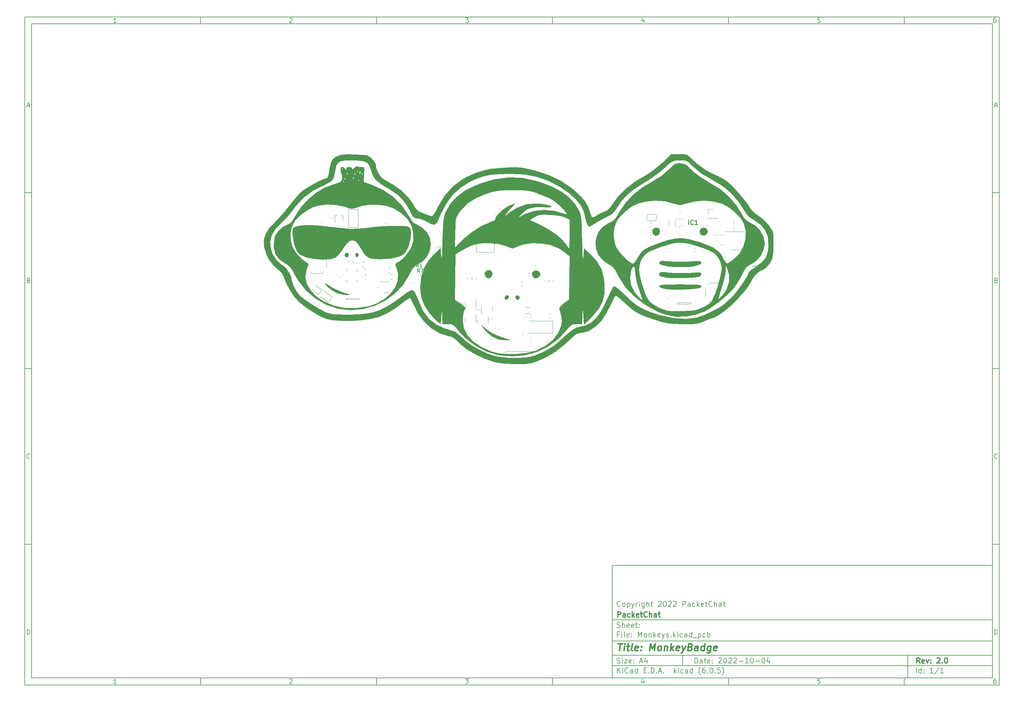
<source format=gbr>
%TF.GenerationSoftware,KiCad,Pcbnew,(6.0.5)*%
%TF.CreationDate,2022-10-04T23:24:20-07:00*%
%TF.ProjectId,Monkeys,4d6f6e6b-6579-4732-9e6b-696361645f70,2.0*%
%TF.SameCoordinates,Original*%
%TF.FileFunction,Legend,Top*%
%TF.FilePolarity,Positive*%
%FSLAX46Y46*%
G04 Gerber Fmt 4.6, Leading zero omitted, Abs format (unit mm)*
G04 Created by KiCad (PCBNEW (6.0.5)) date 2022-10-04 23:24:20*
%MOMM*%
%LPD*%
G01*
G04 APERTURE LIST*
%ADD10C,0.100000*%
%ADD11C,0.150000*%
%ADD12C,0.300000*%
%ADD13C,0.400000*%
%ADD14C,0.254000*%
%ADD15C,0.200000*%
%ADD16C,0.120000*%
G04 APERTURE END LIST*
D10*
D11*
X177002200Y-166007200D02*
X177002200Y-198007200D01*
X285002200Y-198007200D01*
X285002200Y-166007200D01*
X177002200Y-166007200D01*
D10*
D11*
X10000000Y-10000000D02*
X10000000Y-200007200D01*
X287002200Y-200007200D01*
X287002200Y-10000000D01*
X10000000Y-10000000D01*
D10*
D11*
X12000000Y-12000000D02*
X12000000Y-198007200D01*
X285002200Y-198007200D01*
X285002200Y-12000000D01*
X12000000Y-12000000D01*
D10*
D11*
X60000000Y-12000000D02*
X60000000Y-10000000D01*
D10*
D11*
X110000000Y-12000000D02*
X110000000Y-10000000D01*
D10*
D11*
X160000000Y-12000000D02*
X160000000Y-10000000D01*
D10*
D11*
X210000000Y-12000000D02*
X210000000Y-10000000D01*
D10*
D11*
X260000000Y-12000000D02*
X260000000Y-10000000D01*
D10*
D11*
X36065476Y-11588095D02*
X35322619Y-11588095D01*
X35694047Y-11588095D02*
X35694047Y-10288095D01*
X35570238Y-10473809D01*
X35446428Y-10597619D01*
X35322619Y-10659523D01*
D10*
D11*
X85322619Y-10411904D02*
X85384523Y-10350000D01*
X85508333Y-10288095D01*
X85817857Y-10288095D01*
X85941666Y-10350000D01*
X86003571Y-10411904D01*
X86065476Y-10535714D01*
X86065476Y-10659523D01*
X86003571Y-10845238D01*
X85260714Y-11588095D01*
X86065476Y-11588095D01*
D10*
D11*
X135260714Y-10288095D02*
X136065476Y-10288095D01*
X135632142Y-10783333D01*
X135817857Y-10783333D01*
X135941666Y-10845238D01*
X136003571Y-10907142D01*
X136065476Y-11030952D01*
X136065476Y-11340476D01*
X136003571Y-11464285D01*
X135941666Y-11526190D01*
X135817857Y-11588095D01*
X135446428Y-11588095D01*
X135322619Y-11526190D01*
X135260714Y-11464285D01*
D10*
D11*
X185941666Y-10721428D02*
X185941666Y-11588095D01*
X185632142Y-10226190D02*
X185322619Y-11154761D01*
X186127380Y-11154761D01*
D10*
D11*
X236003571Y-10288095D02*
X235384523Y-10288095D01*
X235322619Y-10907142D01*
X235384523Y-10845238D01*
X235508333Y-10783333D01*
X235817857Y-10783333D01*
X235941666Y-10845238D01*
X236003571Y-10907142D01*
X236065476Y-11030952D01*
X236065476Y-11340476D01*
X236003571Y-11464285D01*
X235941666Y-11526190D01*
X235817857Y-11588095D01*
X235508333Y-11588095D01*
X235384523Y-11526190D01*
X235322619Y-11464285D01*
D10*
D11*
X285941666Y-10288095D02*
X285694047Y-10288095D01*
X285570238Y-10350000D01*
X285508333Y-10411904D01*
X285384523Y-10597619D01*
X285322619Y-10845238D01*
X285322619Y-11340476D01*
X285384523Y-11464285D01*
X285446428Y-11526190D01*
X285570238Y-11588095D01*
X285817857Y-11588095D01*
X285941666Y-11526190D01*
X286003571Y-11464285D01*
X286065476Y-11340476D01*
X286065476Y-11030952D01*
X286003571Y-10907142D01*
X285941666Y-10845238D01*
X285817857Y-10783333D01*
X285570238Y-10783333D01*
X285446428Y-10845238D01*
X285384523Y-10907142D01*
X285322619Y-11030952D01*
D10*
D11*
X60000000Y-198007200D02*
X60000000Y-200007200D01*
D10*
D11*
X110000000Y-198007200D02*
X110000000Y-200007200D01*
D10*
D11*
X160000000Y-198007200D02*
X160000000Y-200007200D01*
D10*
D11*
X210000000Y-198007200D02*
X210000000Y-200007200D01*
D10*
D11*
X260000000Y-198007200D02*
X260000000Y-200007200D01*
D10*
D11*
X36065476Y-199595295D02*
X35322619Y-199595295D01*
X35694047Y-199595295D02*
X35694047Y-198295295D01*
X35570238Y-198481009D01*
X35446428Y-198604819D01*
X35322619Y-198666723D01*
D10*
D11*
X85322619Y-198419104D02*
X85384523Y-198357200D01*
X85508333Y-198295295D01*
X85817857Y-198295295D01*
X85941666Y-198357200D01*
X86003571Y-198419104D01*
X86065476Y-198542914D01*
X86065476Y-198666723D01*
X86003571Y-198852438D01*
X85260714Y-199595295D01*
X86065476Y-199595295D01*
D10*
D11*
X135260714Y-198295295D02*
X136065476Y-198295295D01*
X135632142Y-198790533D01*
X135817857Y-198790533D01*
X135941666Y-198852438D01*
X136003571Y-198914342D01*
X136065476Y-199038152D01*
X136065476Y-199347676D01*
X136003571Y-199471485D01*
X135941666Y-199533390D01*
X135817857Y-199595295D01*
X135446428Y-199595295D01*
X135322619Y-199533390D01*
X135260714Y-199471485D01*
D10*
D11*
X185941666Y-198728628D02*
X185941666Y-199595295D01*
X185632142Y-198233390D02*
X185322619Y-199161961D01*
X186127380Y-199161961D01*
D10*
D11*
X236003571Y-198295295D02*
X235384523Y-198295295D01*
X235322619Y-198914342D01*
X235384523Y-198852438D01*
X235508333Y-198790533D01*
X235817857Y-198790533D01*
X235941666Y-198852438D01*
X236003571Y-198914342D01*
X236065476Y-199038152D01*
X236065476Y-199347676D01*
X236003571Y-199471485D01*
X235941666Y-199533390D01*
X235817857Y-199595295D01*
X235508333Y-199595295D01*
X235384523Y-199533390D01*
X235322619Y-199471485D01*
D10*
D11*
X285941666Y-198295295D02*
X285694047Y-198295295D01*
X285570238Y-198357200D01*
X285508333Y-198419104D01*
X285384523Y-198604819D01*
X285322619Y-198852438D01*
X285322619Y-199347676D01*
X285384523Y-199471485D01*
X285446428Y-199533390D01*
X285570238Y-199595295D01*
X285817857Y-199595295D01*
X285941666Y-199533390D01*
X286003571Y-199471485D01*
X286065476Y-199347676D01*
X286065476Y-199038152D01*
X286003571Y-198914342D01*
X285941666Y-198852438D01*
X285817857Y-198790533D01*
X285570238Y-198790533D01*
X285446428Y-198852438D01*
X285384523Y-198914342D01*
X285322619Y-199038152D01*
D10*
D11*
X10000000Y-60000000D02*
X12000000Y-60000000D01*
D10*
D11*
X10000000Y-110000000D02*
X12000000Y-110000000D01*
D10*
D11*
X10000000Y-160000000D02*
X12000000Y-160000000D01*
D10*
D11*
X10690476Y-35216666D02*
X11309523Y-35216666D01*
X10566666Y-35588095D02*
X11000000Y-34288095D01*
X11433333Y-35588095D01*
D10*
D11*
X11092857Y-84907142D02*
X11278571Y-84969047D01*
X11340476Y-85030952D01*
X11402380Y-85154761D01*
X11402380Y-85340476D01*
X11340476Y-85464285D01*
X11278571Y-85526190D01*
X11154761Y-85588095D01*
X10659523Y-85588095D01*
X10659523Y-84288095D01*
X11092857Y-84288095D01*
X11216666Y-84350000D01*
X11278571Y-84411904D01*
X11340476Y-84535714D01*
X11340476Y-84659523D01*
X11278571Y-84783333D01*
X11216666Y-84845238D01*
X11092857Y-84907142D01*
X10659523Y-84907142D01*
D10*
D11*
X11402380Y-135464285D02*
X11340476Y-135526190D01*
X11154761Y-135588095D01*
X11030952Y-135588095D01*
X10845238Y-135526190D01*
X10721428Y-135402380D01*
X10659523Y-135278571D01*
X10597619Y-135030952D01*
X10597619Y-134845238D01*
X10659523Y-134597619D01*
X10721428Y-134473809D01*
X10845238Y-134350000D01*
X11030952Y-134288095D01*
X11154761Y-134288095D01*
X11340476Y-134350000D01*
X11402380Y-134411904D01*
D10*
D11*
X10659523Y-185588095D02*
X10659523Y-184288095D01*
X10969047Y-184288095D01*
X11154761Y-184350000D01*
X11278571Y-184473809D01*
X11340476Y-184597619D01*
X11402380Y-184845238D01*
X11402380Y-185030952D01*
X11340476Y-185278571D01*
X11278571Y-185402380D01*
X11154761Y-185526190D01*
X10969047Y-185588095D01*
X10659523Y-185588095D01*
D10*
D11*
X287002200Y-60000000D02*
X285002200Y-60000000D01*
D10*
D11*
X287002200Y-110000000D02*
X285002200Y-110000000D01*
D10*
D11*
X287002200Y-160000000D02*
X285002200Y-160000000D01*
D10*
D11*
X285692676Y-35216666D02*
X286311723Y-35216666D01*
X285568866Y-35588095D02*
X286002200Y-34288095D01*
X286435533Y-35588095D01*
D10*
D11*
X286095057Y-84907142D02*
X286280771Y-84969047D01*
X286342676Y-85030952D01*
X286404580Y-85154761D01*
X286404580Y-85340476D01*
X286342676Y-85464285D01*
X286280771Y-85526190D01*
X286156961Y-85588095D01*
X285661723Y-85588095D01*
X285661723Y-84288095D01*
X286095057Y-84288095D01*
X286218866Y-84350000D01*
X286280771Y-84411904D01*
X286342676Y-84535714D01*
X286342676Y-84659523D01*
X286280771Y-84783333D01*
X286218866Y-84845238D01*
X286095057Y-84907142D01*
X285661723Y-84907142D01*
D10*
D11*
X286404580Y-135464285D02*
X286342676Y-135526190D01*
X286156961Y-135588095D01*
X286033152Y-135588095D01*
X285847438Y-135526190D01*
X285723628Y-135402380D01*
X285661723Y-135278571D01*
X285599819Y-135030952D01*
X285599819Y-134845238D01*
X285661723Y-134597619D01*
X285723628Y-134473809D01*
X285847438Y-134350000D01*
X286033152Y-134288095D01*
X286156961Y-134288095D01*
X286342676Y-134350000D01*
X286404580Y-134411904D01*
D10*
D11*
X285661723Y-185588095D02*
X285661723Y-184288095D01*
X285971247Y-184288095D01*
X286156961Y-184350000D01*
X286280771Y-184473809D01*
X286342676Y-184597619D01*
X286404580Y-184845238D01*
X286404580Y-185030952D01*
X286342676Y-185278571D01*
X286280771Y-185402380D01*
X286156961Y-185526190D01*
X285971247Y-185588095D01*
X285661723Y-185588095D01*
D10*
D11*
X200434342Y-193785771D02*
X200434342Y-192285771D01*
X200791485Y-192285771D01*
X201005771Y-192357200D01*
X201148628Y-192500057D01*
X201220057Y-192642914D01*
X201291485Y-192928628D01*
X201291485Y-193142914D01*
X201220057Y-193428628D01*
X201148628Y-193571485D01*
X201005771Y-193714342D01*
X200791485Y-193785771D01*
X200434342Y-193785771D01*
X202577200Y-193785771D02*
X202577200Y-193000057D01*
X202505771Y-192857200D01*
X202362914Y-192785771D01*
X202077200Y-192785771D01*
X201934342Y-192857200D01*
X202577200Y-193714342D02*
X202434342Y-193785771D01*
X202077200Y-193785771D01*
X201934342Y-193714342D01*
X201862914Y-193571485D01*
X201862914Y-193428628D01*
X201934342Y-193285771D01*
X202077200Y-193214342D01*
X202434342Y-193214342D01*
X202577200Y-193142914D01*
X203077200Y-192785771D02*
X203648628Y-192785771D01*
X203291485Y-192285771D02*
X203291485Y-193571485D01*
X203362914Y-193714342D01*
X203505771Y-193785771D01*
X203648628Y-193785771D01*
X204720057Y-193714342D02*
X204577200Y-193785771D01*
X204291485Y-193785771D01*
X204148628Y-193714342D01*
X204077200Y-193571485D01*
X204077200Y-193000057D01*
X204148628Y-192857200D01*
X204291485Y-192785771D01*
X204577200Y-192785771D01*
X204720057Y-192857200D01*
X204791485Y-193000057D01*
X204791485Y-193142914D01*
X204077200Y-193285771D01*
X205434342Y-193642914D02*
X205505771Y-193714342D01*
X205434342Y-193785771D01*
X205362914Y-193714342D01*
X205434342Y-193642914D01*
X205434342Y-193785771D01*
X205434342Y-192857200D02*
X205505771Y-192928628D01*
X205434342Y-193000057D01*
X205362914Y-192928628D01*
X205434342Y-192857200D01*
X205434342Y-193000057D01*
X207220057Y-192428628D02*
X207291485Y-192357200D01*
X207434342Y-192285771D01*
X207791485Y-192285771D01*
X207934342Y-192357200D01*
X208005771Y-192428628D01*
X208077200Y-192571485D01*
X208077200Y-192714342D01*
X208005771Y-192928628D01*
X207148628Y-193785771D01*
X208077200Y-193785771D01*
X209005771Y-192285771D02*
X209148628Y-192285771D01*
X209291485Y-192357200D01*
X209362914Y-192428628D01*
X209434342Y-192571485D01*
X209505771Y-192857200D01*
X209505771Y-193214342D01*
X209434342Y-193500057D01*
X209362914Y-193642914D01*
X209291485Y-193714342D01*
X209148628Y-193785771D01*
X209005771Y-193785771D01*
X208862914Y-193714342D01*
X208791485Y-193642914D01*
X208720057Y-193500057D01*
X208648628Y-193214342D01*
X208648628Y-192857200D01*
X208720057Y-192571485D01*
X208791485Y-192428628D01*
X208862914Y-192357200D01*
X209005771Y-192285771D01*
X210077200Y-192428628D02*
X210148628Y-192357200D01*
X210291485Y-192285771D01*
X210648628Y-192285771D01*
X210791485Y-192357200D01*
X210862914Y-192428628D01*
X210934342Y-192571485D01*
X210934342Y-192714342D01*
X210862914Y-192928628D01*
X210005771Y-193785771D01*
X210934342Y-193785771D01*
X211505771Y-192428628D02*
X211577200Y-192357200D01*
X211720057Y-192285771D01*
X212077200Y-192285771D01*
X212220057Y-192357200D01*
X212291485Y-192428628D01*
X212362914Y-192571485D01*
X212362914Y-192714342D01*
X212291485Y-192928628D01*
X211434342Y-193785771D01*
X212362914Y-193785771D01*
X213005771Y-193214342D02*
X214148628Y-193214342D01*
X215648628Y-193785771D02*
X214791485Y-193785771D01*
X215220057Y-193785771D02*
X215220057Y-192285771D01*
X215077200Y-192500057D01*
X214934342Y-192642914D01*
X214791485Y-192714342D01*
X216577200Y-192285771D02*
X216720057Y-192285771D01*
X216862914Y-192357200D01*
X216934342Y-192428628D01*
X217005771Y-192571485D01*
X217077200Y-192857200D01*
X217077200Y-193214342D01*
X217005771Y-193500057D01*
X216934342Y-193642914D01*
X216862914Y-193714342D01*
X216720057Y-193785771D01*
X216577200Y-193785771D01*
X216434342Y-193714342D01*
X216362914Y-193642914D01*
X216291485Y-193500057D01*
X216220057Y-193214342D01*
X216220057Y-192857200D01*
X216291485Y-192571485D01*
X216362914Y-192428628D01*
X216434342Y-192357200D01*
X216577200Y-192285771D01*
X217720057Y-193214342D02*
X218862914Y-193214342D01*
X219862914Y-192285771D02*
X220005771Y-192285771D01*
X220148628Y-192357200D01*
X220220057Y-192428628D01*
X220291485Y-192571485D01*
X220362914Y-192857200D01*
X220362914Y-193214342D01*
X220291485Y-193500057D01*
X220220057Y-193642914D01*
X220148628Y-193714342D01*
X220005771Y-193785771D01*
X219862914Y-193785771D01*
X219720057Y-193714342D01*
X219648628Y-193642914D01*
X219577200Y-193500057D01*
X219505771Y-193214342D01*
X219505771Y-192857200D01*
X219577200Y-192571485D01*
X219648628Y-192428628D01*
X219720057Y-192357200D01*
X219862914Y-192285771D01*
X221648628Y-192785771D02*
X221648628Y-193785771D01*
X221291485Y-192214342D02*
X220934342Y-193285771D01*
X221862914Y-193285771D01*
D10*
D11*
X177002200Y-194507200D02*
X285002200Y-194507200D01*
D10*
D11*
X178434342Y-196585771D02*
X178434342Y-195085771D01*
X179291485Y-196585771D02*
X178648628Y-195728628D01*
X179291485Y-195085771D02*
X178434342Y-195942914D01*
X179934342Y-196585771D02*
X179934342Y-195585771D01*
X179934342Y-195085771D02*
X179862914Y-195157200D01*
X179934342Y-195228628D01*
X180005771Y-195157200D01*
X179934342Y-195085771D01*
X179934342Y-195228628D01*
X181505771Y-196442914D02*
X181434342Y-196514342D01*
X181220057Y-196585771D01*
X181077200Y-196585771D01*
X180862914Y-196514342D01*
X180720057Y-196371485D01*
X180648628Y-196228628D01*
X180577200Y-195942914D01*
X180577200Y-195728628D01*
X180648628Y-195442914D01*
X180720057Y-195300057D01*
X180862914Y-195157200D01*
X181077200Y-195085771D01*
X181220057Y-195085771D01*
X181434342Y-195157200D01*
X181505771Y-195228628D01*
X182791485Y-196585771D02*
X182791485Y-195800057D01*
X182720057Y-195657200D01*
X182577200Y-195585771D01*
X182291485Y-195585771D01*
X182148628Y-195657200D01*
X182791485Y-196514342D02*
X182648628Y-196585771D01*
X182291485Y-196585771D01*
X182148628Y-196514342D01*
X182077200Y-196371485D01*
X182077200Y-196228628D01*
X182148628Y-196085771D01*
X182291485Y-196014342D01*
X182648628Y-196014342D01*
X182791485Y-195942914D01*
X184148628Y-196585771D02*
X184148628Y-195085771D01*
X184148628Y-196514342D02*
X184005771Y-196585771D01*
X183720057Y-196585771D01*
X183577200Y-196514342D01*
X183505771Y-196442914D01*
X183434342Y-196300057D01*
X183434342Y-195871485D01*
X183505771Y-195728628D01*
X183577200Y-195657200D01*
X183720057Y-195585771D01*
X184005771Y-195585771D01*
X184148628Y-195657200D01*
X186005771Y-195800057D02*
X186505771Y-195800057D01*
X186720057Y-196585771D02*
X186005771Y-196585771D01*
X186005771Y-195085771D01*
X186720057Y-195085771D01*
X187362914Y-196442914D02*
X187434342Y-196514342D01*
X187362914Y-196585771D01*
X187291485Y-196514342D01*
X187362914Y-196442914D01*
X187362914Y-196585771D01*
X188077200Y-196585771D02*
X188077200Y-195085771D01*
X188434342Y-195085771D01*
X188648628Y-195157200D01*
X188791485Y-195300057D01*
X188862914Y-195442914D01*
X188934342Y-195728628D01*
X188934342Y-195942914D01*
X188862914Y-196228628D01*
X188791485Y-196371485D01*
X188648628Y-196514342D01*
X188434342Y-196585771D01*
X188077200Y-196585771D01*
X189577200Y-196442914D02*
X189648628Y-196514342D01*
X189577200Y-196585771D01*
X189505771Y-196514342D01*
X189577200Y-196442914D01*
X189577200Y-196585771D01*
X190220057Y-196157200D02*
X190934342Y-196157200D01*
X190077200Y-196585771D02*
X190577200Y-195085771D01*
X191077200Y-196585771D01*
X191577200Y-196442914D02*
X191648628Y-196514342D01*
X191577200Y-196585771D01*
X191505771Y-196514342D01*
X191577200Y-196442914D01*
X191577200Y-196585771D01*
X194577200Y-196585771D02*
X194577200Y-195085771D01*
X194720057Y-196014342D02*
X195148628Y-196585771D01*
X195148628Y-195585771D02*
X194577200Y-196157200D01*
X195791485Y-196585771D02*
X195791485Y-195585771D01*
X195791485Y-195085771D02*
X195720057Y-195157200D01*
X195791485Y-195228628D01*
X195862914Y-195157200D01*
X195791485Y-195085771D01*
X195791485Y-195228628D01*
X197148628Y-196514342D02*
X197005771Y-196585771D01*
X196720057Y-196585771D01*
X196577200Y-196514342D01*
X196505771Y-196442914D01*
X196434342Y-196300057D01*
X196434342Y-195871485D01*
X196505771Y-195728628D01*
X196577200Y-195657200D01*
X196720057Y-195585771D01*
X197005771Y-195585771D01*
X197148628Y-195657200D01*
X198434342Y-196585771D02*
X198434342Y-195800057D01*
X198362914Y-195657200D01*
X198220057Y-195585771D01*
X197934342Y-195585771D01*
X197791485Y-195657200D01*
X198434342Y-196514342D02*
X198291485Y-196585771D01*
X197934342Y-196585771D01*
X197791485Y-196514342D01*
X197720057Y-196371485D01*
X197720057Y-196228628D01*
X197791485Y-196085771D01*
X197934342Y-196014342D01*
X198291485Y-196014342D01*
X198434342Y-195942914D01*
X199791485Y-196585771D02*
X199791485Y-195085771D01*
X199791485Y-196514342D02*
X199648628Y-196585771D01*
X199362914Y-196585771D01*
X199220057Y-196514342D01*
X199148628Y-196442914D01*
X199077200Y-196300057D01*
X199077200Y-195871485D01*
X199148628Y-195728628D01*
X199220057Y-195657200D01*
X199362914Y-195585771D01*
X199648628Y-195585771D01*
X199791485Y-195657200D01*
X202077200Y-197157200D02*
X202005771Y-197085771D01*
X201862914Y-196871485D01*
X201791485Y-196728628D01*
X201720057Y-196514342D01*
X201648628Y-196157200D01*
X201648628Y-195871485D01*
X201720057Y-195514342D01*
X201791485Y-195300057D01*
X201862914Y-195157200D01*
X202005771Y-194942914D01*
X202077200Y-194871485D01*
X203291485Y-195085771D02*
X203005771Y-195085771D01*
X202862914Y-195157200D01*
X202791485Y-195228628D01*
X202648628Y-195442914D01*
X202577200Y-195728628D01*
X202577200Y-196300057D01*
X202648628Y-196442914D01*
X202720057Y-196514342D01*
X202862914Y-196585771D01*
X203148628Y-196585771D01*
X203291485Y-196514342D01*
X203362914Y-196442914D01*
X203434342Y-196300057D01*
X203434342Y-195942914D01*
X203362914Y-195800057D01*
X203291485Y-195728628D01*
X203148628Y-195657200D01*
X202862914Y-195657200D01*
X202720057Y-195728628D01*
X202648628Y-195800057D01*
X202577200Y-195942914D01*
X204077200Y-196442914D02*
X204148628Y-196514342D01*
X204077200Y-196585771D01*
X204005771Y-196514342D01*
X204077200Y-196442914D01*
X204077200Y-196585771D01*
X205077200Y-195085771D02*
X205220057Y-195085771D01*
X205362914Y-195157200D01*
X205434342Y-195228628D01*
X205505771Y-195371485D01*
X205577200Y-195657200D01*
X205577200Y-196014342D01*
X205505771Y-196300057D01*
X205434342Y-196442914D01*
X205362914Y-196514342D01*
X205220057Y-196585771D01*
X205077200Y-196585771D01*
X204934342Y-196514342D01*
X204862914Y-196442914D01*
X204791485Y-196300057D01*
X204720057Y-196014342D01*
X204720057Y-195657200D01*
X204791485Y-195371485D01*
X204862914Y-195228628D01*
X204934342Y-195157200D01*
X205077200Y-195085771D01*
X206220057Y-196442914D02*
X206291485Y-196514342D01*
X206220057Y-196585771D01*
X206148628Y-196514342D01*
X206220057Y-196442914D01*
X206220057Y-196585771D01*
X207648628Y-195085771D02*
X206934342Y-195085771D01*
X206862914Y-195800057D01*
X206934342Y-195728628D01*
X207077200Y-195657200D01*
X207434342Y-195657200D01*
X207577200Y-195728628D01*
X207648628Y-195800057D01*
X207720057Y-195942914D01*
X207720057Y-196300057D01*
X207648628Y-196442914D01*
X207577200Y-196514342D01*
X207434342Y-196585771D01*
X207077200Y-196585771D01*
X206934342Y-196514342D01*
X206862914Y-196442914D01*
X208220057Y-197157200D02*
X208291485Y-197085771D01*
X208434342Y-196871485D01*
X208505771Y-196728628D01*
X208577200Y-196514342D01*
X208648628Y-196157200D01*
X208648628Y-195871485D01*
X208577200Y-195514342D01*
X208505771Y-195300057D01*
X208434342Y-195157200D01*
X208291485Y-194942914D01*
X208220057Y-194871485D01*
D10*
D11*
X177002200Y-191507200D02*
X285002200Y-191507200D01*
D10*
D12*
X264411485Y-193785771D02*
X263911485Y-193071485D01*
X263554342Y-193785771D02*
X263554342Y-192285771D01*
X264125771Y-192285771D01*
X264268628Y-192357200D01*
X264340057Y-192428628D01*
X264411485Y-192571485D01*
X264411485Y-192785771D01*
X264340057Y-192928628D01*
X264268628Y-193000057D01*
X264125771Y-193071485D01*
X263554342Y-193071485D01*
X265625771Y-193714342D02*
X265482914Y-193785771D01*
X265197200Y-193785771D01*
X265054342Y-193714342D01*
X264982914Y-193571485D01*
X264982914Y-193000057D01*
X265054342Y-192857200D01*
X265197200Y-192785771D01*
X265482914Y-192785771D01*
X265625771Y-192857200D01*
X265697200Y-193000057D01*
X265697200Y-193142914D01*
X264982914Y-193285771D01*
X266197200Y-192785771D02*
X266554342Y-193785771D01*
X266911485Y-192785771D01*
X267482914Y-193642914D02*
X267554342Y-193714342D01*
X267482914Y-193785771D01*
X267411485Y-193714342D01*
X267482914Y-193642914D01*
X267482914Y-193785771D01*
X267482914Y-192857200D02*
X267554342Y-192928628D01*
X267482914Y-193000057D01*
X267411485Y-192928628D01*
X267482914Y-192857200D01*
X267482914Y-193000057D01*
X269268628Y-192428628D02*
X269340057Y-192357200D01*
X269482914Y-192285771D01*
X269840057Y-192285771D01*
X269982914Y-192357200D01*
X270054342Y-192428628D01*
X270125771Y-192571485D01*
X270125771Y-192714342D01*
X270054342Y-192928628D01*
X269197200Y-193785771D01*
X270125771Y-193785771D01*
X270768628Y-193642914D02*
X270840057Y-193714342D01*
X270768628Y-193785771D01*
X270697200Y-193714342D01*
X270768628Y-193642914D01*
X270768628Y-193785771D01*
X271768628Y-192285771D02*
X271911485Y-192285771D01*
X272054342Y-192357200D01*
X272125771Y-192428628D01*
X272197200Y-192571485D01*
X272268628Y-192857200D01*
X272268628Y-193214342D01*
X272197200Y-193500057D01*
X272125771Y-193642914D01*
X272054342Y-193714342D01*
X271911485Y-193785771D01*
X271768628Y-193785771D01*
X271625771Y-193714342D01*
X271554342Y-193642914D01*
X271482914Y-193500057D01*
X271411485Y-193214342D01*
X271411485Y-192857200D01*
X271482914Y-192571485D01*
X271554342Y-192428628D01*
X271625771Y-192357200D01*
X271768628Y-192285771D01*
D10*
D11*
X178362914Y-193714342D02*
X178577200Y-193785771D01*
X178934342Y-193785771D01*
X179077200Y-193714342D01*
X179148628Y-193642914D01*
X179220057Y-193500057D01*
X179220057Y-193357200D01*
X179148628Y-193214342D01*
X179077200Y-193142914D01*
X178934342Y-193071485D01*
X178648628Y-193000057D01*
X178505771Y-192928628D01*
X178434342Y-192857200D01*
X178362914Y-192714342D01*
X178362914Y-192571485D01*
X178434342Y-192428628D01*
X178505771Y-192357200D01*
X178648628Y-192285771D01*
X179005771Y-192285771D01*
X179220057Y-192357200D01*
X179862914Y-193785771D02*
X179862914Y-192785771D01*
X179862914Y-192285771D02*
X179791485Y-192357200D01*
X179862914Y-192428628D01*
X179934342Y-192357200D01*
X179862914Y-192285771D01*
X179862914Y-192428628D01*
X180434342Y-192785771D02*
X181220057Y-192785771D01*
X180434342Y-193785771D01*
X181220057Y-193785771D01*
X182362914Y-193714342D02*
X182220057Y-193785771D01*
X181934342Y-193785771D01*
X181791485Y-193714342D01*
X181720057Y-193571485D01*
X181720057Y-193000057D01*
X181791485Y-192857200D01*
X181934342Y-192785771D01*
X182220057Y-192785771D01*
X182362914Y-192857200D01*
X182434342Y-193000057D01*
X182434342Y-193142914D01*
X181720057Y-193285771D01*
X183077200Y-193642914D02*
X183148628Y-193714342D01*
X183077200Y-193785771D01*
X183005771Y-193714342D01*
X183077200Y-193642914D01*
X183077200Y-193785771D01*
X183077200Y-192857200D02*
X183148628Y-192928628D01*
X183077200Y-193000057D01*
X183005771Y-192928628D01*
X183077200Y-192857200D01*
X183077200Y-193000057D01*
X184862914Y-193357200D02*
X185577200Y-193357200D01*
X184720057Y-193785771D02*
X185220057Y-192285771D01*
X185720057Y-193785771D01*
X186862914Y-192785771D02*
X186862914Y-193785771D01*
X186505771Y-192214342D02*
X186148628Y-193285771D01*
X187077200Y-193285771D01*
D10*
D11*
X263434342Y-196585771D02*
X263434342Y-195085771D01*
X264791485Y-196585771D02*
X264791485Y-195085771D01*
X264791485Y-196514342D02*
X264648628Y-196585771D01*
X264362914Y-196585771D01*
X264220057Y-196514342D01*
X264148628Y-196442914D01*
X264077200Y-196300057D01*
X264077200Y-195871485D01*
X264148628Y-195728628D01*
X264220057Y-195657200D01*
X264362914Y-195585771D01*
X264648628Y-195585771D01*
X264791485Y-195657200D01*
X265505771Y-196442914D02*
X265577200Y-196514342D01*
X265505771Y-196585771D01*
X265434342Y-196514342D01*
X265505771Y-196442914D01*
X265505771Y-196585771D01*
X265505771Y-195657200D02*
X265577200Y-195728628D01*
X265505771Y-195800057D01*
X265434342Y-195728628D01*
X265505771Y-195657200D01*
X265505771Y-195800057D01*
X268148628Y-196585771D02*
X267291485Y-196585771D01*
X267720057Y-196585771D02*
X267720057Y-195085771D01*
X267577200Y-195300057D01*
X267434342Y-195442914D01*
X267291485Y-195514342D01*
X269862914Y-195014342D02*
X268577200Y-196942914D01*
X271148628Y-196585771D02*
X270291485Y-196585771D01*
X270720057Y-196585771D02*
X270720057Y-195085771D01*
X270577200Y-195300057D01*
X270434342Y-195442914D01*
X270291485Y-195514342D01*
D10*
D11*
X177002200Y-187507200D02*
X285002200Y-187507200D01*
D10*
D13*
X178714580Y-188211961D02*
X179857438Y-188211961D01*
X179036009Y-190211961D02*
X179286009Y-188211961D01*
X180274104Y-190211961D02*
X180440771Y-188878628D01*
X180524104Y-188211961D02*
X180416961Y-188307200D01*
X180500295Y-188402438D01*
X180607438Y-188307200D01*
X180524104Y-188211961D01*
X180500295Y-188402438D01*
X181107438Y-188878628D02*
X181869342Y-188878628D01*
X181476485Y-188211961D02*
X181262200Y-189926247D01*
X181333628Y-190116723D01*
X181512200Y-190211961D01*
X181702676Y-190211961D01*
X182655057Y-190211961D02*
X182476485Y-190116723D01*
X182405057Y-189926247D01*
X182619342Y-188211961D01*
X184190771Y-190116723D02*
X183988390Y-190211961D01*
X183607438Y-190211961D01*
X183428866Y-190116723D01*
X183357438Y-189926247D01*
X183452676Y-189164342D01*
X183571723Y-188973866D01*
X183774104Y-188878628D01*
X184155057Y-188878628D01*
X184333628Y-188973866D01*
X184405057Y-189164342D01*
X184381247Y-189354819D01*
X183405057Y-189545295D01*
X185155057Y-190021485D02*
X185238390Y-190116723D01*
X185131247Y-190211961D01*
X185047914Y-190116723D01*
X185155057Y-190021485D01*
X185131247Y-190211961D01*
X185286009Y-188973866D02*
X185369342Y-189069104D01*
X185262200Y-189164342D01*
X185178866Y-189069104D01*
X185286009Y-188973866D01*
X185262200Y-189164342D01*
X187607438Y-190211961D02*
X187857438Y-188211961D01*
X188345533Y-189640533D01*
X189190771Y-188211961D01*
X188940771Y-190211961D01*
X190178866Y-190211961D02*
X190000295Y-190116723D01*
X189916961Y-190021485D01*
X189845533Y-189831009D01*
X189916961Y-189259580D01*
X190036009Y-189069104D01*
X190143152Y-188973866D01*
X190345533Y-188878628D01*
X190631247Y-188878628D01*
X190809819Y-188973866D01*
X190893152Y-189069104D01*
X190964580Y-189259580D01*
X190893152Y-189831009D01*
X190774104Y-190021485D01*
X190666961Y-190116723D01*
X190464580Y-190211961D01*
X190178866Y-190211961D01*
X191869342Y-188878628D02*
X191702676Y-190211961D01*
X191845533Y-189069104D02*
X191952676Y-188973866D01*
X192155057Y-188878628D01*
X192440771Y-188878628D01*
X192619342Y-188973866D01*
X192690771Y-189164342D01*
X192559819Y-190211961D01*
X193512200Y-190211961D02*
X193762200Y-188211961D01*
X193797914Y-189450057D02*
X194274104Y-190211961D01*
X194440771Y-188878628D02*
X193583628Y-189640533D01*
X195905057Y-190116723D02*
X195702676Y-190211961D01*
X195321723Y-190211961D01*
X195143152Y-190116723D01*
X195071723Y-189926247D01*
X195166961Y-189164342D01*
X195286009Y-188973866D01*
X195488390Y-188878628D01*
X195869342Y-188878628D01*
X196047914Y-188973866D01*
X196119342Y-189164342D01*
X196095533Y-189354819D01*
X195119342Y-189545295D01*
X196821723Y-188878628D02*
X197131247Y-190211961D01*
X197774104Y-188878628D02*
X197131247Y-190211961D01*
X196881247Y-190688152D01*
X196774104Y-190783390D01*
X196571723Y-190878628D01*
X199166961Y-189164342D02*
X199440771Y-189259580D01*
X199524104Y-189354819D01*
X199595533Y-189545295D01*
X199559819Y-189831009D01*
X199440771Y-190021485D01*
X199333628Y-190116723D01*
X199131247Y-190211961D01*
X198369342Y-190211961D01*
X198619342Y-188211961D01*
X199286009Y-188211961D01*
X199464580Y-188307200D01*
X199547914Y-188402438D01*
X199619342Y-188592914D01*
X199595533Y-188783390D01*
X199476485Y-188973866D01*
X199369342Y-189069104D01*
X199166961Y-189164342D01*
X198500295Y-189164342D01*
X201226485Y-190211961D02*
X201357438Y-189164342D01*
X201286009Y-188973866D01*
X201107438Y-188878628D01*
X200726485Y-188878628D01*
X200524104Y-188973866D01*
X201238390Y-190116723D02*
X201036009Y-190211961D01*
X200559819Y-190211961D01*
X200381247Y-190116723D01*
X200309819Y-189926247D01*
X200333628Y-189735771D01*
X200452676Y-189545295D01*
X200655057Y-189450057D01*
X201131247Y-189450057D01*
X201333628Y-189354819D01*
X203036009Y-190211961D02*
X203286009Y-188211961D01*
X203047914Y-190116723D02*
X202845533Y-190211961D01*
X202464580Y-190211961D01*
X202286009Y-190116723D01*
X202202676Y-190021485D01*
X202131247Y-189831009D01*
X202202676Y-189259580D01*
X202321723Y-189069104D01*
X202428866Y-188973866D01*
X202631247Y-188878628D01*
X203012200Y-188878628D01*
X203190771Y-188973866D01*
X205012200Y-188878628D02*
X204809819Y-190497676D01*
X204690771Y-190688152D01*
X204583628Y-190783390D01*
X204381247Y-190878628D01*
X204095533Y-190878628D01*
X203916961Y-190783390D01*
X204857438Y-190116723D02*
X204655057Y-190211961D01*
X204274104Y-190211961D01*
X204095533Y-190116723D01*
X204012200Y-190021485D01*
X203940771Y-189831009D01*
X204012200Y-189259580D01*
X204131247Y-189069104D01*
X204238390Y-188973866D01*
X204440771Y-188878628D01*
X204821723Y-188878628D01*
X205000295Y-188973866D01*
X206571723Y-190116723D02*
X206369342Y-190211961D01*
X205988390Y-190211961D01*
X205809819Y-190116723D01*
X205738390Y-189926247D01*
X205833628Y-189164342D01*
X205952676Y-188973866D01*
X206155057Y-188878628D01*
X206536009Y-188878628D01*
X206714580Y-188973866D01*
X206786009Y-189164342D01*
X206762200Y-189354819D01*
X205786009Y-189545295D01*
D10*
D11*
X178934342Y-185600057D02*
X178434342Y-185600057D01*
X178434342Y-186385771D02*
X178434342Y-184885771D01*
X179148628Y-184885771D01*
X179720057Y-186385771D02*
X179720057Y-185385771D01*
X179720057Y-184885771D02*
X179648628Y-184957200D01*
X179720057Y-185028628D01*
X179791485Y-184957200D01*
X179720057Y-184885771D01*
X179720057Y-185028628D01*
X180648628Y-186385771D02*
X180505771Y-186314342D01*
X180434342Y-186171485D01*
X180434342Y-184885771D01*
X181791485Y-186314342D02*
X181648628Y-186385771D01*
X181362914Y-186385771D01*
X181220057Y-186314342D01*
X181148628Y-186171485D01*
X181148628Y-185600057D01*
X181220057Y-185457200D01*
X181362914Y-185385771D01*
X181648628Y-185385771D01*
X181791485Y-185457200D01*
X181862914Y-185600057D01*
X181862914Y-185742914D01*
X181148628Y-185885771D01*
X182505771Y-186242914D02*
X182577200Y-186314342D01*
X182505771Y-186385771D01*
X182434342Y-186314342D01*
X182505771Y-186242914D01*
X182505771Y-186385771D01*
X182505771Y-185457200D02*
X182577200Y-185528628D01*
X182505771Y-185600057D01*
X182434342Y-185528628D01*
X182505771Y-185457200D01*
X182505771Y-185600057D01*
X184362914Y-186385771D02*
X184362914Y-184885771D01*
X184862914Y-185957200D01*
X185362914Y-184885771D01*
X185362914Y-186385771D01*
X186291485Y-186385771D02*
X186148628Y-186314342D01*
X186077200Y-186242914D01*
X186005771Y-186100057D01*
X186005771Y-185671485D01*
X186077200Y-185528628D01*
X186148628Y-185457200D01*
X186291485Y-185385771D01*
X186505771Y-185385771D01*
X186648628Y-185457200D01*
X186720057Y-185528628D01*
X186791485Y-185671485D01*
X186791485Y-186100057D01*
X186720057Y-186242914D01*
X186648628Y-186314342D01*
X186505771Y-186385771D01*
X186291485Y-186385771D01*
X187434342Y-185385771D02*
X187434342Y-186385771D01*
X187434342Y-185528628D02*
X187505771Y-185457200D01*
X187648628Y-185385771D01*
X187862914Y-185385771D01*
X188005771Y-185457200D01*
X188077200Y-185600057D01*
X188077200Y-186385771D01*
X188791485Y-186385771D02*
X188791485Y-184885771D01*
X188934342Y-185814342D02*
X189362914Y-186385771D01*
X189362914Y-185385771D02*
X188791485Y-185957200D01*
X190577200Y-186314342D02*
X190434342Y-186385771D01*
X190148628Y-186385771D01*
X190005771Y-186314342D01*
X189934342Y-186171485D01*
X189934342Y-185600057D01*
X190005771Y-185457200D01*
X190148628Y-185385771D01*
X190434342Y-185385771D01*
X190577200Y-185457200D01*
X190648628Y-185600057D01*
X190648628Y-185742914D01*
X189934342Y-185885771D01*
X191148628Y-185385771D02*
X191505771Y-186385771D01*
X191862914Y-185385771D02*
X191505771Y-186385771D01*
X191362914Y-186742914D01*
X191291485Y-186814342D01*
X191148628Y-186885771D01*
X192362914Y-186314342D02*
X192505771Y-186385771D01*
X192791485Y-186385771D01*
X192934342Y-186314342D01*
X193005771Y-186171485D01*
X193005771Y-186100057D01*
X192934342Y-185957200D01*
X192791485Y-185885771D01*
X192577200Y-185885771D01*
X192434342Y-185814342D01*
X192362914Y-185671485D01*
X192362914Y-185600057D01*
X192434342Y-185457200D01*
X192577200Y-185385771D01*
X192791485Y-185385771D01*
X192934342Y-185457200D01*
X193648628Y-186242914D02*
X193720057Y-186314342D01*
X193648628Y-186385771D01*
X193577200Y-186314342D01*
X193648628Y-186242914D01*
X193648628Y-186385771D01*
X194362914Y-186385771D02*
X194362914Y-184885771D01*
X194505771Y-185814342D02*
X194934342Y-186385771D01*
X194934342Y-185385771D02*
X194362914Y-185957200D01*
X195577200Y-186385771D02*
X195577200Y-185385771D01*
X195577200Y-184885771D02*
X195505771Y-184957200D01*
X195577200Y-185028628D01*
X195648628Y-184957200D01*
X195577200Y-184885771D01*
X195577200Y-185028628D01*
X196934342Y-186314342D02*
X196791485Y-186385771D01*
X196505771Y-186385771D01*
X196362914Y-186314342D01*
X196291485Y-186242914D01*
X196220057Y-186100057D01*
X196220057Y-185671485D01*
X196291485Y-185528628D01*
X196362914Y-185457200D01*
X196505771Y-185385771D01*
X196791485Y-185385771D01*
X196934342Y-185457200D01*
X198220057Y-186385771D02*
X198220057Y-185600057D01*
X198148628Y-185457200D01*
X198005771Y-185385771D01*
X197720057Y-185385771D01*
X197577200Y-185457200D01*
X198220057Y-186314342D02*
X198077200Y-186385771D01*
X197720057Y-186385771D01*
X197577200Y-186314342D01*
X197505771Y-186171485D01*
X197505771Y-186028628D01*
X197577200Y-185885771D01*
X197720057Y-185814342D01*
X198077200Y-185814342D01*
X198220057Y-185742914D01*
X199577200Y-186385771D02*
X199577200Y-184885771D01*
X199577200Y-186314342D02*
X199434342Y-186385771D01*
X199148628Y-186385771D01*
X199005771Y-186314342D01*
X198934342Y-186242914D01*
X198862914Y-186100057D01*
X198862914Y-185671485D01*
X198934342Y-185528628D01*
X199005771Y-185457200D01*
X199148628Y-185385771D01*
X199434342Y-185385771D01*
X199577200Y-185457200D01*
X199934342Y-186528628D02*
X201077200Y-186528628D01*
X201434342Y-185385771D02*
X201434342Y-186885771D01*
X201434342Y-185457200D02*
X201577200Y-185385771D01*
X201862914Y-185385771D01*
X202005771Y-185457200D01*
X202077200Y-185528628D01*
X202148628Y-185671485D01*
X202148628Y-186100057D01*
X202077200Y-186242914D01*
X202005771Y-186314342D01*
X201862914Y-186385771D01*
X201577200Y-186385771D01*
X201434342Y-186314342D01*
X203434342Y-186314342D02*
X203291485Y-186385771D01*
X203005771Y-186385771D01*
X202862914Y-186314342D01*
X202791485Y-186242914D01*
X202720057Y-186100057D01*
X202720057Y-185671485D01*
X202791485Y-185528628D01*
X202862914Y-185457200D01*
X203005771Y-185385771D01*
X203291485Y-185385771D01*
X203434342Y-185457200D01*
X204077200Y-186385771D02*
X204077200Y-184885771D01*
X204077200Y-185457200D02*
X204220057Y-185385771D01*
X204505771Y-185385771D01*
X204648628Y-185457200D01*
X204720057Y-185528628D01*
X204791485Y-185671485D01*
X204791485Y-186100057D01*
X204720057Y-186242914D01*
X204648628Y-186314342D01*
X204505771Y-186385771D01*
X204220057Y-186385771D01*
X204077200Y-186314342D01*
D10*
D11*
X177002200Y-181507200D02*
X285002200Y-181507200D01*
D10*
D11*
X178362914Y-183614342D02*
X178577200Y-183685771D01*
X178934342Y-183685771D01*
X179077200Y-183614342D01*
X179148628Y-183542914D01*
X179220057Y-183400057D01*
X179220057Y-183257200D01*
X179148628Y-183114342D01*
X179077200Y-183042914D01*
X178934342Y-182971485D01*
X178648628Y-182900057D01*
X178505771Y-182828628D01*
X178434342Y-182757200D01*
X178362914Y-182614342D01*
X178362914Y-182471485D01*
X178434342Y-182328628D01*
X178505771Y-182257200D01*
X178648628Y-182185771D01*
X179005771Y-182185771D01*
X179220057Y-182257200D01*
X179862914Y-183685771D02*
X179862914Y-182185771D01*
X180505771Y-183685771D02*
X180505771Y-182900057D01*
X180434342Y-182757200D01*
X180291485Y-182685771D01*
X180077200Y-182685771D01*
X179934342Y-182757200D01*
X179862914Y-182828628D01*
X181791485Y-183614342D02*
X181648628Y-183685771D01*
X181362914Y-183685771D01*
X181220057Y-183614342D01*
X181148628Y-183471485D01*
X181148628Y-182900057D01*
X181220057Y-182757200D01*
X181362914Y-182685771D01*
X181648628Y-182685771D01*
X181791485Y-182757200D01*
X181862914Y-182900057D01*
X181862914Y-183042914D01*
X181148628Y-183185771D01*
X183077200Y-183614342D02*
X182934342Y-183685771D01*
X182648628Y-183685771D01*
X182505771Y-183614342D01*
X182434342Y-183471485D01*
X182434342Y-182900057D01*
X182505771Y-182757200D01*
X182648628Y-182685771D01*
X182934342Y-182685771D01*
X183077200Y-182757200D01*
X183148628Y-182900057D01*
X183148628Y-183042914D01*
X182434342Y-183185771D01*
X183577200Y-182685771D02*
X184148628Y-182685771D01*
X183791485Y-182185771D02*
X183791485Y-183471485D01*
X183862914Y-183614342D01*
X184005771Y-183685771D01*
X184148628Y-183685771D01*
X184648628Y-183542914D02*
X184720057Y-183614342D01*
X184648628Y-183685771D01*
X184577200Y-183614342D01*
X184648628Y-183542914D01*
X184648628Y-183685771D01*
X184648628Y-182757200D02*
X184720057Y-182828628D01*
X184648628Y-182900057D01*
X184577200Y-182828628D01*
X184648628Y-182757200D01*
X184648628Y-182900057D01*
D10*
D12*
X178554342Y-180685771D02*
X178554342Y-179185771D01*
X179125771Y-179185771D01*
X179268628Y-179257200D01*
X179340057Y-179328628D01*
X179411485Y-179471485D01*
X179411485Y-179685771D01*
X179340057Y-179828628D01*
X179268628Y-179900057D01*
X179125771Y-179971485D01*
X178554342Y-179971485D01*
X180697200Y-180685771D02*
X180697200Y-179900057D01*
X180625771Y-179757200D01*
X180482914Y-179685771D01*
X180197200Y-179685771D01*
X180054342Y-179757200D01*
X180697200Y-180614342D02*
X180554342Y-180685771D01*
X180197200Y-180685771D01*
X180054342Y-180614342D01*
X179982914Y-180471485D01*
X179982914Y-180328628D01*
X180054342Y-180185771D01*
X180197200Y-180114342D01*
X180554342Y-180114342D01*
X180697200Y-180042914D01*
X182054342Y-180614342D02*
X181911485Y-180685771D01*
X181625771Y-180685771D01*
X181482914Y-180614342D01*
X181411485Y-180542914D01*
X181340057Y-180400057D01*
X181340057Y-179971485D01*
X181411485Y-179828628D01*
X181482914Y-179757200D01*
X181625771Y-179685771D01*
X181911485Y-179685771D01*
X182054342Y-179757200D01*
X182697200Y-180685771D02*
X182697200Y-179185771D01*
X182840057Y-180114342D02*
X183268628Y-180685771D01*
X183268628Y-179685771D02*
X182697200Y-180257200D01*
X184482914Y-180614342D02*
X184340057Y-180685771D01*
X184054342Y-180685771D01*
X183911485Y-180614342D01*
X183840057Y-180471485D01*
X183840057Y-179900057D01*
X183911485Y-179757200D01*
X184054342Y-179685771D01*
X184340057Y-179685771D01*
X184482914Y-179757200D01*
X184554342Y-179900057D01*
X184554342Y-180042914D01*
X183840057Y-180185771D01*
X184982914Y-179685771D02*
X185554342Y-179685771D01*
X185197200Y-179185771D02*
X185197200Y-180471485D01*
X185268628Y-180614342D01*
X185411485Y-180685771D01*
X185554342Y-180685771D01*
X186911485Y-180542914D02*
X186840057Y-180614342D01*
X186625771Y-180685771D01*
X186482914Y-180685771D01*
X186268628Y-180614342D01*
X186125771Y-180471485D01*
X186054342Y-180328628D01*
X185982914Y-180042914D01*
X185982914Y-179828628D01*
X186054342Y-179542914D01*
X186125771Y-179400057D01*
X186268628Y-179257200D01*
X186482914Y-179185771D01*
X186625771Y-179185771D01*
X186840057Y-179257200D01*
X186911485Y-179328628D01*
X187554342Y-180685771D02*
X187554342Y-179185771D01*
X188197200Y-180685771D02*
X188197200Y-179900057D01*
X188125771Y-179757200D01*
X187982914Y-179685771D01*
X187768628Y-179685771D01*
X187625771Y-179757200D01*
X187554342Y-179828628D01*
X189554342Y-180685771D02*
X189554342Y-179900057D01*
X189482914Y-179757200D01*
X189340057Y-179685771D01*
X189054342Y-179685771D01*
X188911485Y-179757200D01*
X189554342Y-180614342D02*
X189411485Y-180685771D01*
X189054342Y-180685771D01*
X188911485Y-180614342D01*
X188840057Y-180471485D01*
X188840057Y-180328628D01*
X188911485Y-180185771D01*
X189054342Y-180114342D01*
X189411485Y-180114342D01*
X189554342Y-180042914D01*
X190054342Y-179685771D02*
X190625771Y-179685771D01*
X190268628Y-179185771D02*
X190268628Y-180471485D01*
X190340057Y-180614342D01*
X190482914Y-180685771D01*
X190625771Y-180685771D01*
D10*
D11*
X179291485Y-177542914D02*
X179220057Y-177614342D01*
X179005771Y-177685771D01*
X178862914Y-177685771D01*
X178648628Y-177614342D01*
X178505771Y-177471485D01*
X178434342Y-177328628D01*
X178362914Y-177042914D01*
X178362914Y-176828628D01*
X178434342Y-176542914D01*
X178505771Y-176400057D01*
X178648628Y-176257200D01*
X178862914Y-176185771D01*
X179005771Y-176185771D01*
X179220057Y-176257200D01*
X179291485Y-176328628D01*
X180148628Y-177685771D02*
X180005771Y-177614342D01*
X179934342Y-177542914D01*
X179862914Y-177400057D01*
X179862914Y-176971485D01*
X179934342Y-176828628D01*
X180005771Y-176757200D01*
X180148628Y-176685771D01*
X180362914Y-176685771D01*
X180505771Y-176757200D01*
X180577200Y-176828628D01*
X180648628Y-176971485D01*
X180648628Y-177400057D01*
X180577200Y-177542914D01*
X180505771Y-177614342D01*
X180362914Y-177685771D01*
X180148628Y-177685771D01*
X181291485Y-176685771D02*
X181291485Y-178185771D01*
X181291485Y-176757200D02*
X181434342Y-176685771D01*
X181720057Y-176685771D01*
X181862914Y-176757200D01*
X181934342Y-176828628D01*
X182005771Y-176971485D01*
X182005771Y-177400057D01*
X181934342Y-177542914D01*
X181862914Y-177614342D01*
X181720057Y-177685771D01*
X181434342Y-177685771D01*
X181291485Y-177614342D01*
X182505771Y-176685771D02*
X182862914Y-177685771D01*
X183220057Y-176685771D02*
X182862914Y-177685771D01*
X182720057Y-178042914D01*
X182648628Y-178114342D01*
X182505771Y-178185771D01*
X183791485Y-177685771D02*
X183791485Y-176685771D01*
X183791485Y-176971485D02*
X183862914Y-176828628D01*
X183934342Y-176757200D01*
X184077200Y-176685771D01*
X184220057Y-176685771D01*
X184720057Y-177685771D02*
X184720057Y-176685771D01*
X184720057Y-176185771D02*
X184648628Y-176257200D01*
X184720057Y-176328628D01*
X184791485Y-176257200D01*
X184720057Y-176185771D01*
X184720057Y-176328628D01*
X186077200Y-176685771D02*
X186077200Y-177900057D01*
X186005771Y-178042914D01*
X185934342Y-178114342D01*
X185791485Y-178185771D01*
X185577200Y-178185771D01*
X185434342Y-178114342D01*
X186077200Y-177614342D02*
X185934342Y-177685771D01*
X185648628Y-177685771D01*
X185505771Y-177614342D01*
X185434342Y-177542914D01*
X185362914Y-177400057D01*
X185362914Y-176971485D01*
X185434342Y-176828628D01*
X185505771Y-176757200D01*
X185648628Y-176685771D01*
X185934342Y-176685771D01*
X186077200Y-176757200D01*
X186791485Y-177685771D02*
X186791485Y-176185771D01*
X187434342Y-177685771D02*
X187434342Y-176900057D01*
X187362914Y-176757200D01*
X187220057Y-176685771D01*
X187005771Y-176685771D01*
X186862914Y-176757200D01*
X186791485Y-176828628D01*
X187934342Y-176685771D02*
X188505771Y-176685771D01*
X188148628Y-176185771D02*
X188148628Y-177471485D01*
X188220057Y-177614342D01*
X188362914Y-177685771D01*
X188505771Y-177685771D01*
X190077200Y-176328628D02*
X190148628Y-176257200D01*
X190291485Y-176185771D01*
X190648628Y-176185771D01*
X190791485Y-176257200D01*
X190862914Y-176328628D01*
X190934342Y-176471485D01*
X190934342Y-176614342D01*
X190862914Y-176828628D01*
X190005771Y-177685771D01*
X190934342Y-177685771D01*
X191862914Y-176185771D02*
X192005771Y-176185771D01*
X192148628Y-176257200D01*
X192220057Y-176328628D01*
X192291485Y-176471485D01*
X192362914Y-176757200D01*
X192362914Y-177114342D01*
X192291485Y-177400057D01*
X192220057Y-177542914D01*
X192148628Y-177614342D01*
X192005771Y-177685771D01*
X191862914Y-177685771D01*
X191720057Y-177614342D01*
X191648628Y-177542914D01*
X191577200Y-177400057D01*
X191505771Y-177114342D01*
X191505771Y-176757200D01*
X191577200Y-176471485D01*
X191648628Y-176328628D01*
X191720057Y-176257200D01*
X191862914Y-176185771D01*
X192934342Y-176328628D02*
X193005771Y-176257200D01*
X193148628Y-176185771D01*
X193505771Y-176185771D01*
X193648628Y-176257200D01*
X193720057Y-176328628D01*
X193791485Y-176471485D01*
X193791485Y-176614342D01*
X193720057Y-176828628D01*
X192862914Y-177685771D01*
X193791485Y-177685771D01*
X194362914Y-176328628D02*
X194434342Y-176257200D01*
X194577200Y-176185771D01*
X194934342Y-176185771D01*
X195077200Y-176257200D01*
X195148628Y-176328628D01*
X195220057Y-176471485D01*
X195220057Y-176614342D01*
X195148628Y-176828628D01*
X194291485Y-177685771D01*
X195220057Y-177685771D01*
X197005771Y-177685771D02*
X197005771Y-176185771D01*
X197577200Y-176185771D01*
X197720057Y-176257200D01*
X197791485Y-176328628D01*
X197862914Y-176471485D01*
X197862914Y-176685771D01*
X197791485Y-176828628D01*
X197720057Y-176900057D01*
X197577200Y-176971485D01*
X197005771Y-176971485D01*
X199148628Y-177685771D02*
X199148628Y-176900057D01*
X199077200Y-176757200D01*
X198934342Y-176685771D01*
X198648628Y-176685771D01*
X198505771Y-176757200D01*
X199148628Y-177614342D02*
X199005771Y-177685771D01*
X198648628Y-177685771D01*
X198505771Y-177614342D01*
X198434342Y-177471485D01*
X198434342Y-177328628D01*
X198505771Y-177185771D01*
X198648628Y-177114342D01*
X199005771Y-177114342D01*
X199148628Y-177042914D01*
X200505771Y-177614342D02*
X200362914Y-177685771D01*
X200077200Y-177685771D01*
X199934342Y-177614342D01*
X199862914Y-177542914D01*
X199791485Y-177400057D01*
X199791485Y-176971485D01*
X199862914Y-176828628D01*
X199934342Y-176757200D01*
X200077200Y-176685771D01*
X200362914Y-176685771D01*
X200505771Y-176757200D01*
X201148628Y-177685771D02*
X201148628Y-176185771D01*
X201291485Y-177114342D02*
X201720057Y-177685771D01*
X201720057Y-176685771D02*
X201148628Y-177257200D01*
X202934342Y-177614342D02*
X202791485Y-177685771D01*
X202505771Y-177685771D01*
X202362914Y-177614342D01*
X202291485Y-177471485D01*
X202291485Y-176900057D01*
X202362914Y-176757200D01*
X202505771Y-176685771D01*
X202791485Y-176685771D01*
X202934342Y-176757200D01*
X203005771Y-176900057D01*
X203005771Y-177042914D01*
X202291485Y-177185771D01*
X203434342Y-176685771D02*
X204005771Y-176685771D01*
X203648628Y-176185771D02*
X203648628Y-177471485D01*
X203720057Y-177614342D01*
X203862914Y-177685771D01*
X204005771Y-177685771D01*
X205362914Y-177542914D02*
X205291485Y-177614342D01*
X205077200Y-177685771D01*
X204934342Y-177685771D01*
X204720057Y-177614342D01*
X204577200Y-177471485D01*
X204505771Y-177328628D01*
X204434342Y-177042914D01*
X204434342Y-176828628D01*
X204505771Y-176542914D01*
X204577200Y-176400057D01*
X204720057Y-176257200D01*
X204934342Y-176185771D01*
X205077200Y-176185771D01*
X205291485Y-176257200D01*
X205362914Y-176328628D01*
X206005771Y-177685771D02*
X206005771Y-176185771D01*
X206648628Y-177685771D02*
X206648628Y-176900057D01*
X206577200Y-176757200D01*
X206434342Y-176685771D01*
X206220057Y-176685771D01*
X206077200Y-176757200D01*
X206005771Y-176828628D01*
X208005771Y-177685771D02*
X208005771Y-176900057D01*
X207934342Y-176757200D01*
X207791485Y-176685771D01*
X207505771Y-176685771D01*
X207362914Y-176757200D01*
X208005771Y-177614342D02*
X207862914Y-177685771D01*
X207505771Y-177685771D01*
X207362914Y-177614342D01*
X207291485Y-177471485D01*
X207291485Y-177328628D01*
X207362914Y-177185771D01*
X207505771Y-177114342D01*
X207862914Y-177114342D01*
X208005771Y-177042914D01*
X208505771Y-176685771D02*
X209077200Y-176685771D01*
X208720057Y-176185771D02*
X208720057Y-177471485D01*
X208791485Y-177614342D01*
X208934342Y-177685771D01*
X209077200Y-177685771D01*
D10*
D11*
D10*
D11*
D10*
D11*
D10*
D11*
X197002200Y-191507200D02*
X197002200Y-194507200D01*
D10*
D11*
X261002200Y-191507200D02*
X261002200Y-198007200D01*
D14*
%TO.C,IC1*%
X198649238Y-69037523D02*
X198649238Y-67767523D01*
X199979714Y-68916571D02*
X199919238Y-68977047D01*
X199737809Y-69037523D01*
X199616857Y-69037523D01*
X199435428Y-68977047D01*
X199314476Y-68856095D01*
X199254000Y-68735142D01*
X199193523Y-68493238D01*
X199193523Y-68311809D01*
X199254000Y-68069904D01*
X199314476Y-67948952D01*
X199435428Y-67828000D01*
X199616857Y-67767523D01*
X199737809Y-67767523D01*
X199919238Y-67828000D01*
X199979714Y-67888476D01*
X201189238Y-69037523D02*
X200463523Y-69037523D01*
X200826380Y-69037523D02*
X200826380Y-67767523D01*
X200705428Y-67948952D01*
X200584476Y-68069904D01*
X200463523Y-68130380D01*
D11*
%TO.C,R7*%
X122198333Y-82622380D02*
X121865000Y-82146190D01*
X121626904Y-82622380D02*
X121626904Y-81622380D01*
X122007857Y-81622380D01*
X122103095Y-81670000D01*
X122150714Y-81717619D01*
X122198333Y-81812857D01*
X122198333Y-81955714D01*
X122150714Y-82050952D01*
X122103095Y-82098571D01*
X122007857Y-82146190D01*
X121626904Y-82146190D01*
X122531666Y-81622380D02*
X123198333Y-81622380D01*
X122769761Y-82622380D01*
%TO.C,R1*%
X121958333Y-81112380D02*
X121625000Y-80636190D01*
X121386904Y-81112380D02*
X121386904Y-80112380D01*
X121767857Y-80112380D01*
X121863095Y-80160000D01*
X121910714Y-80207619D01*
X121958333Y-80302857D01*
X121958333Y-80445714D01*
X121910714Y-80540952D01*
X121863095Y-80588571D01*
X121767857Y-80636190D01*
X121386904Y-80636190D01*
X122910714Y-81112380D02*
X122339285Y-81112380D01*
X122625000Y-81112380D02*
X122625000Y-80112380D01*
X122529761Y-80255238D01*
X122434523Y-80350476D01*
X122339285Y-80398095D01*
%TO.C,C41*%
X125087142Y-67877142D02*
X125039523Y-67924761D01*
X124896666Y-67972380D01*
X124801428Y-67972380D01*
X124658571Y-67924761D01*
X124563333Y-67829523D01*
X124515714Y-67734285D01*
X124468095Y-67543809D01*
X124468095Y-67400952D01*
X124515714Y-67210476D01*
X124563333Y-67115238D01*
X124658571Y-67020000D01*
X124801428Y-66972380D01*
X124896666Y-66972380D01*
X125039523Y-67020000D01*
X125087142Y-67067619D01*
X125944285Y-67305714D02*
X125944285Y-67972380D01*
X125706190Y-66924761D02*
X125468095Y-67639047D01*
X126087142Y-67639047D01*
X126991904Y-67972380D02*
X126420476Y-67972380D01*
X126706190Y-67972380D02*
X126706190Y-66972380D01*
X126610952Y-67115238D01*
X126515714Y-67210476D01*
X126420476Y-67258095D01*
%TO.C,TP6*%
X216818095Y-76672380D02*
X217389523Y-76672380D01*
X217103809Y-77672380D02*
X217103809Y-76672380D01*
X217722857Y-77672380D02*
X217722857Y-76672380D01*
X218103809Y-76672380D01*
X218199047Y-76720000D01*
X218246666Y-76767619D01*
X218294285Y-76862857D01*
X218294285Y-77005714D01*
X218246666Y-77100952D01*
X218199047Y-77148571D01*
X218103809Y-77196190D01*
X217722857Y-77196190D01*
X219151428Y-76672380D02*
X218960952Y-76672380D01*
X218865714Y-76720000D01*
X218818095Y-76767619D01*
X218722857Y-76910476D01*
X218675238Y-77100952D01*
X218675238Y-77481904D01*
X218722857Y-77577142D01*
X218770476Y-77624761D01*
X218865714Y-77672380D01*
X219056190Y-77672380D01*
X219151428Y-77624761D01*
X219199047Y-77577142D01*
X219246666Y-77481904D01*
X219246666Y-77243809D01*
X219199047Y-77148571D01*
X219151428Y-77100952D01*
X219056190Y-77053333D01*
X218865714Y-77053333D01*
X218770476Y-77100952D01*
X218722857Y-77148571D01*
X218675238Y-77243809D01*
%TO.C,R34*%
X123667142Y-67652380D02*
X123333809Y-67176190D01*
X123095714Y-67652380D02*
X123095714Y-66652380D01*
X123476666Y-66652380D01*
X123571904Y-66700000D01*
X123619523Y-66747619D01*
X123667142Y-66842857D01*
X123667142Y-66985714D01*
X123619523Y-67080952D01*
X123571904Y-67128571D01*
X123476666Y-67176190D01*
X123095714Y-67176190D01*
X124000476Y-66652380D02*
X124619523Y-66652380D01*
X124286190Y-67033333D01*
X124429047Y-67033333D01*
X124524285Y-67080952D01*
X124571904Y-67128571D01*
X124619523Y-67223809D01*
X124619523Y-67461904D01*
X124571904Y-67557142D01*
X124524285Y-67604761D01*
X124429047Y-67652380D01*
X124143333Y-67652380D01*
X124048095Y-67604761D01*
X124000476Y-67557142D01*
X125476666Y-66985714D02*
X125476666Y-67652380D01*
X125238571Y-66604761D02*
X125000476Y-67319047D01*
X125619523Y-67319047D01*
%TO.C,R33*%
X120957142Y-66732380D02*
X120623809Y-66256190D01*
X120385714Y-66732380D02*
X120385714Y-65732380D01*
X120766666Y-65732380D01*
X120861904Y-65780000D01*
X120909523Y-65827619D01*
X120957142Y-65922857D01*
X120957142Y-66065714D01*
X120909523Y-66160952D01*
X120861904Y-66208571D01*
X120766666Y-66256190D01*
X120385714Y-66256190D01*
X121290476Y-65732380D02*
X121909523Y-65732380D01*
X121576190Y-66113333D01*
X121719047Y-66113333D01*
X121814285Y-66160952D01*
X121861904Y-66208571D01*
X121909523Y-66303809D01*
X121909523Y-66541904D01*
X121861904Y-66637142D01*
X121814285Y-66684761D01*
X121719047Y-66732380D01*
X121433333Y-66732380D01*
X121338095Y-66684761D01*
X121290476Y-66637142D01*
X122242857Y-65732380D02*
X122861904Y-65732380D01*
X122528571Y-66113333D01*
X122671428Y-66113333D01*
X122766666Y-66160952D01*
X122814285Y-66208571D01*
X122861904Y-66303809D01*
X122861904Y-66541904D01*
X122814285Y-66637142D01*
X122766666Y-66684761D01*
X122671428Y-66732380D01*
X122385714Y-66732380D01*
X122290476Y-66684761D01*
X122242857Y-66637142D01*
D15*
%TO.C,IC1*%
X202189000Y-69728000D02*
X202189000Y-69728000D01*
X202089000Y-69728000D02*
X202089000Y-69728000D01*
X202189000Y-69728000D02*
X202189000Y-69728000D01*
X202189000Y-69728000D02*
G75*
G03*
X202089000Y-69728000I-50000J0D01*
G01*
X202089000Y-69728000D02*
G75*
G03*
X202189000Y-69728000I50000J0D01*
G01*
X202189000Y-69728000D02*
G75*
G03*
X202089000Y-69728000I-50000J0D01*
G01*
D16*
%TO.C,R7*%
X122211359Y-82960000D02*
X122518641Y-82960000D01*
X122211359Y-83720000D02*
X122518641Y-83720000D01*
%TO.C,R1*%
X121971359Y-81450000D02*
X122278641Y-81450000D01*
X121971359Y-82210000D02*
X122278641Y-82210000D01*
%TO.C,D10*%
X94442707Y-87735069D02*
X92642103Y-86328283D01*
X91737080Y-87486659D02*
X93537685Y-88893445D01*
X93537685Y-88893445D02*
X94442707Y-87735069D01*
%TO.C,C22*%
X196240000Y-67312164D02*
X196240000Y-67527836D01*
X196960000Y-67312164D02*
X196960000Y-67527836D01*
%TO.C,C25*%
X130119580Y-98770000D02*
X129838420Y-98770000D01*
X130119580Y-97750000D02*
X129838420Y-97750000D01*
%TO.C,C13*%
X217479420Y-72670000D02*
X217760580Y-72670000D01*
X217479420Y-73690000D02*
X217760580Y-73690000D01*
%TO.C,Q6*%
X147590000Y-68450000D02*
X147590000Y-67800000D01*
X147590000Y-68450000D02*
X147590000Y-70125000D01*
X150710000Y-68450000D02*
X150710000Y-67800000D01*
X150710000Y-68450000D02*
X150710000Y-69100000D01*
%TO.C,R21*%
X142000000Y-95626359D02*
X142000000Y-95933641D01*
X142760000Y-95626359D02*
X142760000Y-95933641D01*
%TO.C,C16*%
X213969580Y-78220000D02*
X213688420Y-78220000D01*
X213969580Y-79240000D02*
X213688420Y-79240000D01*
%TO.C,R10*%
X153066359Y-83680000D02*
X153373641Y-83680000D01*
X153066359Y-82920000D02*
X153373641Y-82920000D01*
%TO.C,Y1*%
X194815000Y-69205000D02*
X194815000Y-67855000D01*
X193065000Y-69205000D02*
X193065000Y-67855000D01*
%TO.C,LCD1*%
X146644000Y-107750000D02*
X146644000Y-105090000D01*
X145374000Y-107750000D02*
X144044000Y-107750000D01*
X144044000Y-107750000D02*
X144044000Y-106420000D01*
X146644000Y-107750000D02*
X154324000Y-107750000D01*
X154324000Y-107750000D02*
X154324000Y-105090000D01*
X146644000Y-105090000D02*
X154324000Y-105090000D01*
%TO.C,C2*%
X160042500Y-96490000D02*
X153282500Y-96490000D01*
X153282500Y-99910000D02*
X160042500Y-99910000D01*
X160042500Y-99910000D02*
X160042500Y-96490000D01*
%TO.C,C40*%
X144614420Y-64580000D02*
X144895580Y-64580000D01*
X144614420Y-63560000D02*
X144895580Y-63560000D01*
%TO.C,R2*%
X107059564Y-83235000D02*
X106605436Y-83235000D01*
X107059564Y-81765000D02*
X106605436Y-81765000D01*
%TO.C,C18*%
X192760580Y-76730000D02*
X192479420Y-76730000D01*
X192760580Y-75710000D02*
X192479420Y-75710000D01*
%TO.C,R22*%
X134850000Y-91206359D02*
X134850000Y-91513641D01*
X134090000Y-91206359D02*
X134090000Y-91513641D01*
%TO.C,C19*%
X193361219Y-89169970D02*
X193560030Y-89368781D01*
X192639970Y-89891219D02*
X192838781Y-90090030D01*
%TO.C,C10*%
X218984000Y-74782164D02*
X218984000Y-74997836D01*
X218264000Y-74782164D02*
X218264000Y-74997836D01*
%TO.C,R30*%
X163250000Y-64743641D02*
X163250000Y-64436359D01*
X162490000Y-64743641D02*
X162490000Y-64436359D01*
%TO.C,U1*%
X104055000Y-85210000D02*
X104530000Y-85210000D01*
X104530000Y-85210000D02*
X104530000Y-84735000D01*
X104055000Y-81990000D02*
X104530000Y-81990000D01*
X104530000Y-81990000D02*
X104530000Y-82465000D01*
X101310000Y-85210000D02*
X101310000Y-84735000D01*
X101785000Y-85210000D02*
X101310000Y-85210000D01*
X101785000Y-81990000D02*
X101310000Y-81990000D01*
%TO.C,C29*%
X113408748Y-82755000D02*
X113931252Y-82755000D01*
X113408748Y-81285000D02*
X113931252Y-81285000D01*
%TO.C,C9*%
X207020000Y-77757836D02*
X207020000Y-77542164D01*
X206300000Y-77757836D02*
X206300000Y-77542164D01*
%TO.C,R25*%
X189614000Y-66756000D02*
X189614000Y-67356000D01*
X188914000Y-68056000D02*
X187514000Y-68056000D01*
X186814000Y-67356000D02*
X186814000Y-66756000D01*
X187514000Y-66056000D02*
X188914000Y-66056000D01*
X189614000Y-66756000D02*
G75*
G03*
X188914000Y-66056000I-699999J1D01*
G01*
X188914000Y-68056000D02*
G75*
G03*
X189614000Y-67356000I1J699999D01*
G01*
X187514000Y-66056000D02*
G75*
G03*
X186814000Y-66756000I0J-700000D01*
G01*
X186814000Y-67356000D02*
G75*
G03*
X187514000Y-68056000I700000J0D01*
G01*
%TO.C,C37*%
X151862164Y-94750000D02*
X152077836Y-94750000D01*
X151862164Y-95470000D02*
X152077836Y-95470000D01*
%TO.C,C32*%
X143808000Y-98597836D02*
X143808000Y-98382164D01*
X144528000Y-98597836D02*
X144528000Y-98382164D01*
%TO.C,C34*%
X99640030Y-83871219D02*
X99441219Y-84070030D01*
X98918781Y-83149970D02*
X98719970Y-83348781D01*
%TO.C,R28*%
X159097500Y-84872742D02*
X159097500Y-85347258D01*
X160142500Y-84872742D02*
X160142500Y-85347258D01*
%TO.C,C4*%
X94437591Y-68390000D02*
X94156431Y-68390000D01*
X94437591Y-69410000D02*
X94156431Y-69410000D01*
%TO.C,C15*%
X208879420Y-78290000D02*
X209160580Y-78290000D01*
X208879420Y-79310000D02*
X209160580Y-79310000D01*
%TO.C,R5*%
X103540000Y-79856359D02*
X103540000Y-80163641D01*
X104300000Y-79856359D02*
X104300000Y-80163641D01*
%TO.C,Q3*%
X142830000Y-92840000D02*
X142830000Y-92190000D01*
X139710000Y-92840000D02*
X139710000Y-94515000D01*
X139710000Y-92840000D02*
X139710000Y-92190000D01*
X142830000Y-92840000D02*
X142830000Y-93490000D01*
%TO.C,C38*%
X122560371Y-92522377D02*
X122424062Y-92276469D01*
X123452484Y-92027871D02*
X123316175Y-91781963D01*
%TO.C,C1*%
X153632164Y-101240000D02*
X153847836Y-101240000D01*
X153632164Y-101960000D02*
X153847836Y-101960000D01*
%TO.C,C12*%
X119350000Y-85494420D02*
X119350000Y-85775580D01*
X120370000Y-85494420D02*
X120370000Y-85775580D01*
%TO.C,C36*%
X153947836Y-94750000D02*
X153732164Y-94750000D01*
X153947836Y-95470000D02*
X153732164Y-95470000D01*
%TO.C,C41*%
X122992164Y-67070000D02*
X123207836Y-67070000D01*
X122992164Y-67790000D02*
X123207836Y-67790000D01*
%TO.C,U2*%
X112857500Y-85290000D02*
X111057500Y-85290000D01*
X112857500Y-85290000D02*
X113657500Y-85290000D01*
X112857500Y-88410000D02*
X113657500Y-88410000D01*
X112857500Y-88410000D02*
X112057500Y-88410000D01*
%TO.C,C24*%
X195980000Y-69717836D02*
X195980000Y-69502164D01*
X195260000Y-69717836D02*
X195260000Y-69502164D01*
%TO.C,C21*%
X196327836Y-65200000D02*
X196112164Y-65200000D01*
X196327836Y-65920000D02*
X196112164Y-65920000D01*
%TO.C,C20*%
X200670580Y-75710000D02*
X200389420Y-75710000D01*
X200670580Y-76730000D02*
X200389420Y-76730000D01*
D10*
%TO.C,D1*%
X156535000Y-83310000D02*
G75*
G03*
X156535000Y-83310000I-50000J0D01*
G01*
D16*
%TO.C,TP6*%
X216750000Y-80820000D02*
X219410000Y-80820000D01*
X216750000Y-80880000D02*
X219410000Y-80880000D01*
X216750000Y-78220000D02*
X218080000Y-78220000D01*
X219410000Y-80820000D02*
X219410000Y-80880000D01*
X216750000Y-79550000D02*
X216750000Y-78220000D01*
X216750000Y-80820000D02*
X216750000Y-80880000D01*
%TO.C,C26*%
X187742164Y-72260000D02*
X187957836Y-72260000D01*
X187742164Y-72980000D02*
X187957836Y-72980000D01*
%TO.C,Q1*%
X100485611Y-67879500D02*
X100485611Y-66469500D01*
X98165611Y-66469500D02*
X98825611Y-66469500D01*
X99825611Y-66469500D02*
X100485611Y-66469500D01*
X98165611Y-66469500D02*
X98165611Y-68499500D01*
%TO.C,J2*%
X135740000Y-74210000D02*
X137070000Y-74210000D01*
X138340000Y-76870000D02*
X143480000Y-76870000D01*
X135740000Y-75540000D02*
X135740000Y-74210000D01*
X138340000Y-74210000D02*
X143480000Y-74210000D01*
X143480000Y-76870000D02*
X143480000Y-74210000D01*
X138340000Y-76870000D02*
X138340000Y-74210000D01*
%TO.C,JP8*%
X102077011Y-69875000D02*
X102077011Y-64735000D01*
X104737011Y-69875000D02*
X104737011Y-64735000D01*
X104737011Y-69875000D02*
X102077011Y-69875000D01*
X104737011Y-71145000D02*
X104737011Y-72475000D01*
X104737011Y-72475000D02*
X103407011Y-72475000D01*
X104737011Y-64735000D02*
X102077011Y-64735000D01*
%TO.C,L1*%
X202800000Y-69656267D02*
X202800000Y-69313733D01*
X203820000Y-69656267D02*
X203820000Y-69313733D01*
%TO.C,R9*%
X136832500Y-84137742D02*
X136832500Y-84612258D01*
X135787500Y-84137742D02*
X135787500Y-84612258D01*
%TO.C,C6*%
X112747591Y-68690000D02*
X112466431Y-68690000D01*
X112747591Y-69710000D02*
X112466431Y-69710000D01*
%TO.C,C39*%
X196220000Y-69272164D02*
X196220000Y-69487836D01*
X196940000Y-69272164D02*
X196940000Y-69487836D01*
%TO.C,C33*%
X105908748Y-81235000D02*
X106431252Y-81235000D01*
X105908748Y-79765000D02*
X106431252Y-79765000D01*
%TO.C,SW4*%
X127270000Y-75420000D02*
X126780000Y-75910000D01*
X127270000Y-75420000D02*
X130170000Y-75420000D01*
X127270000Y-80860000D02*
X126780000Y-80370000D01*
X127270000Y-80860000D02*
X130170000Y-80860000D01*
X130170000Y-80860000D02*
X130660000Y-80370000D01*
X130170000Y-75420000D02*
X130660000Y-75910000D01*
X131440000Y-79180000D02*
X131440000Y-77100000D01*
X126000000Y-79180000D02*
X126000000Y-77100000D01*
%TO.C,Q5*%
X135130000Y-92312500D02*
X135130000Y-91662500D01*
X135130000Y-92312500D02*
X135130000Y-92962500D01*
X138250000Y-92312500D02*
X138250000Y-92962500D01*
X138250000Y-92312500D02*
X138250000Y-90637500D01*
%TO.C,SW3*%
X208940000Y-89410000D02*
X208940000Y-87330000D01*
X207670000Y-91090000D02*
X208160000Y-90600000D01*
X204770000Y-85650000D02*
X207670000Y-85650000D01*
X204770000Y-91090000D02*
X207670000Y-91090000D01*
X207670000Y-85650000D02*
X208160000Y-86140000D01*
X203500000Y-89410000D02*
X203500000Y-87330000D01*
X204770000Y-85650000D02*
X204280000Y-86140000D01*
X204770000Y-91090000D02*
X204280000Y-90600000D01*
%TO.C,Q4*%
X141710000Y-96780000D02*
X141710000Y-95105000D01*
X138590000Y-96780000D02*
X138590000Y-97430000D01*
X141710000Y-96780000D02*
X141710000Y-97430000D01*
X138590000Y-96780000D02*
X138590000Y-96130000D01*
%TO.C,C7*%
X214604420Y-67595000D02*
X214885580Y-67595000D01*
X214604420Y-68615000D02*
X214885580Y-68615000D01*
%TO.C,C11*%
X205454000Y-71912164D02*
X205454000Y-72127836D01*
X206174000Y-71912164D02*
X206174000Y-72127836D01*
%TO.C,R14*%
X217257641Y-74030000D02*
X216950359Y-74030000D01*
X217257641Y-74790000D02*
X216950359Y-74790000D01*
%TO.C,C23*%
X195970000Y-67342164D02*
X195970000Y-67557836D01*
X195250000Y-67342164D02*
X195250000Y-67557836D01*
%TO.C,Y2*%
X153585000Y-94325000D02*
X152235000Y-94325000D01*
X153585000Y-92575000D02*
X152235000Y-92575000D01*
%TO.C,C3*%
X110570000Y-86742164D02*
X110570000Y-86957836D01*
X109850000Y-86742164D02*
X109850000Y-86957836D01*
%TO.C,R16*%
X207184000Y-71866359D02*
X207184000Y-72173641D01*
X206424000Y-71866359D02*
X206424000Y-72173641D01*
%TO.C,SW2*%
X90320000Y-81250000D02*
X90320000Y-79170000D01*
X91590000Y-82930000D02*
X94490000Y-82930000D01*
X91590000Y-77490000D02*
X91100000Y-77980000D01*
X95760000Y-81250000D02*
X95760000Y-79170000D01*
X94490000Y-77490000D02*
X94980000Y-77980000D01*
X91590000Y-82930000D02*
X91100000Y-82440000D01*
X91590000Y-77490000D02*
X94490000Y-77490000D01*
X94490000Y-82930000D02*
X94980000Y-82440000D01*
%TO.C,C27*%
X159074420Y-94370000D02*
X159355580Y-94370000D01*
X159074420Y-95390000D02*
X159355580Y-95390000D01*
%TO.C,R17*%
X211777641Y-69980000D02*
X211470359Y-69980000D01*
X211777641Y-70740000D02*
X211470359Y-70740000D01*
%TO.C,G\u002A\u002A\u002A*%
G36*
X101837456Y-77136888D02*
G01*
X101935589Y-77217279D01*
X102135885Y-77781407D01*
X101874955Y-78280071D01*
X101537465Y-78393239D01*
X101078641Y-78132644D01*
X100981580Y-78004321D01*
X100939789Y-77458732D01*
X101318292Y-77092689D01*
X101837456Y-77136888D01*
G37*
G36*
X155715213Y-82137796D02*
G01*
X156336758Y-82567874D01*
X156555092Y-83234242D01*
X156407141Y-83676712D01*
X155715113Y-84309831D01*
X154940315Y-84315106D01*
X154565934Y-84056075D01*
X154153601Y-83279065D01*
X154313691Y-82543342D01*
X154881581Y-82136916D01*
X155715213Y-82137796D01*
G37*
G36*
X190005493Y-69981341D02*
G01*
X190498581Y-70591862D01*
X190558201Y-70843760D01*
X190426822Y-71697008D01*
X189901126Y-72197750D01*
X189209730Y-72257096D01*
X188581245Y-71786154D01*
X188496307Y-71645475D01*
X188360153Y-70822363D01*
X188596803Y-70354461D01*
X189281298Y-69879688D01*
X190005493Y-69981341D01*
G37*
G36*
X177760576Y-81904279D02*
G01*
X177107755Y-81087868D01*
X176304957Y-80533918D01*
X175923071Y-80349273D01*
X174257923Y-79231810D01*
X173035850Y-77665260D01*
X172333540Y-75810635D01*
X172227684Y-73828945D01*
X172394467Y-72940885D01*
X172776732Y-71953802D01*
X177395432Y-71953802D01*
X177545781Y-73585667D01*
X177937521Y-75080368D01*
X178050653Y-75352394D01*
X178610460Y-76267096D01*
X179469712Y-77337468D01*
X180479056Y-78413564D01*
X181489138Y-79345437D01*
X182350607Y-79983142D01*
X182861137Y-80181971D01*
X183297793Y-79887702D01*
X183868159Y-79134083D01*
X184220228Y-78519629D01*
X184817536Y-77485732D01*
X185487902Y-76676603D01*
X186364850Y-76002523D01*
X187581905Y-75373776D01*
X189272591Y-74700646D01*
X190616338Y-74221978D01*
X193009679Y-73462333D01*
X194999401Y-73038749D01*
X196811836Y-72948028D01*
X198673312Y-73186972D01*
X200810159Y-73752385D01*
X201777863Y-74064299D01*
X203979682Y-74853235D01*
X205609847Y-75590142D01*
X206798895Y-76360311D01*
X207677362Y-77249036D01*
X208375786Y-78341610D01*
X208403129Y-78393239D01*
X208939690Y-79333796D01*
X209376648Y-79962115D01*
X209531368Y-80101986D01*
X209979391Y-79951120D01*
X210752445Y-79434593D01*
X211671965Y-78695000D01*
X212559388Y-77874935D01*
X213183088Y-77185867D01*
X214280851Y-75259563D01*
X214855549Y-73056796D01*
X214880125Y-70791986D01*
X214327522Y-68679554D01*
X214272164Y-68555211D01*
X213267132Y-66989655D01*
X211775920Y-65439203D01*
X210007651Y-64087721D01*
X208171450Y-63119075D01*
X208024964Y-63062537D01*
X205700989Y-62479541D01*
X203064393Y-62281297D01*
X200407264Y-62470122D01*
X198204751Y-62984627D01*
X197036744Y-63356597D01*
X196226401Y-63494261D01*
X195455669Y-63398545D01*
X194406492Y-63070373D01*
X194191388Y-62996306D01*
X191887294Y-62463895D01*
X189298515Y-62289724D01*
X186720190Y-62471815D01*
X184447459Y-63008193D01*
X184297853Y-63062537D01*
X182465338Y-63991814D01*
X180683685Y-65318936D01*
X179162017Y-66860038D01*
X178109459Y-68431253D01*
X178050653Y-68555211D01*
X177616580Y-69954708D01*
X177403740Y-71595926D01*
X177395432Y-71953802D01*
X172776732Y-71953802D01*
X173094206Y-71134021D01*
X174167894Y-69788498D01*
X175774251Y-68714677D01*
X176046801Y-68577132D01*
X177113120Y-67987288D01*
X177873327Y-67336186D01*
X178533172Y-66407038D01*
X179111448Y-65348061D01*
X180678380Y-62965547D01*
X182821306Y-60674534D01*
X185401705Y-58603917D01*
X188122278Y-56963431D01*
X190953137Y-55240814D01*
X192970240Y-53483922D01*
X193950561Y-52485422D01*
X194659920Y-51915222D01*
X195297201Y-51662017D01*
X196061289Y-51614501D01*
X196297539Y-51621800D01*
X197527306Y-51820597D01*
X198395161Y-52387943D01*
X198594342Y-52605414D01*
X200155074Y-54129373D01*
X202233033Y-55693619D01*
X204650593Y-57167827D01*
X205246009Y-57485664D01*
X207846724Y-59143188D01*
X210260503Y-61258256D01*
X212298856Y-63645896D01*
X213521485Y-65606542D01*
X214295409Y-66963611D01*
X214975293Y-67799328D01*
X215695787Y-68270301D01*
X215871700Y-68340006D01*
X217686292Y-69342914D01*
X219099002Y-70821207D01*
X220003007Y-72627090D01*
X220293582Y-74458028D01*
X219975001Y-76267826D01*
X219111943Y-78004734D01*
X217843435Y-79476949D01*
X216308501Y-80492666D01*
X215774381Y-80692813D01*
X215105200Y-81216326D01*
X214340865Y-82376579D01*
X213950282Y-83149124D01*
X213125856Y-84684877D01*
X212106682Y-86295433D01*
X211415776Y-87241909D01*
X210164539Y-88592964D01*
X208490679Y-90096723D01*
X206609501Y-91581882D01*
X204736307Y-92877138D01*
X203274980Y-93719079D01*
X200721486Y-94691428D01*
X197946858Y-95224330D01*
X195244174Y-95269288D01*
X194466901Y-95176585D01*
X192111243Y-94658942D01*
X189872905Y-93826632D01*
X187536291Y-92588322D01*
X185900102Y-91547506D01*
X183061867Y-89373068D01*
X180807548Y-86998211D01*
X179007707Y-84277784D01*
X178930530Y-84127789D01*
X182051470Y-84127789D01*
X182357272Y-86231286D01*
X183311863Y-88219476D01*
X184260016Y-89388584D01*
X184947693Y-90059252D01*
X185397979Y-90423647D01*
X185478794Y-90447215D01*
X185413171Y-90089640D01*
X185154437Y-89215467D01*
X184750567Y-87981751D01*
X184524230Y-87322293D01*
X184023524Y-85684860D01*
X183652476Y-84088768D01*
X183473583Y-82813145D01*
X183466194Y-82596760D01*
X183412253Y-81873893D01*
X184583020Y-81873893D01*
X184748592Y-83373598D01*
X185242224Y-85278231D01*
X185285670Y-85421049D01*
X185974716Y-87575183D01*
X186571403Y-89159036D01*
X187149477Y-90298274D01*
X187782682Y-91118560D01*
X188544766Y-91745559D01*
X189242046Y-92162806D01*
X190541785Y-92835650D01*
X191642996Y-93284425D01*
X192748082Y-93548959D01*
X194059449Y-93669080D01*
X195779502Y-93684617D01*
X196876901Y-93665155D01*
X198680285Y-93608854D01*
X199975286Y-93506791D01*
X200968990Y-93318763D01*
X201868485Y-93004565D01*
X202880859Y-92523995D01*
X202958592Y-92484468D01*
X204014833Y-91921823D01*
X204723189Y-91417093D01*
X205239273Y-90784718D01*
X205495662Y-90279039D01*
X207120102Y-90279039D01*
X208037949Y-89434026D01*
X208789254Y-88545818D01*
X209490513Y-87413765D01*
X209616238Y-87158028D01*
X210163138Y-85293617D01*
X210194947Y-83364660D01*
X209768695Y-81791831D01*
X209277266Y-80718591D01*
X209244218Y-82149577D01*
X209121598Y-83127256D01*
X208821019Y-84543063D01*
X208396353Y-86158232D01*
X208165636Y-86929801D01*
X207120102Y-90279039D01*
X205495662Y-90279039D01*
X205718700Y-89839138D01*
X206250786Y-88558732D01*
X206866504Y-86867694D01*
X207417988Y-85058793D01*
X207794282Y-83499117D01*
X207816833Y-83377551D01*
X208025689Y-82033573D01*
X208049173Y-81092995D01*
X207864718Y-80262490D01*
X207509510Y-79383076D01*
X207015428Y-78422213D01*
X206413133Y-77663532D01*
X205575664Y-77021956D01*
X204376059Y-76412408D01*
X202687355Y-75749812D01*
X201421232Y-75303351D01*
X199217387Y-74610810D01*
X197404092Y-74242856D01*
X195742467Y-74200321D01*
X193993633Y-74484036D01*
X191918709Y-75094834D01*
X191205653Y-75338931D01*
X189194505Y-76069110D01*
X187745437Y-76683207D01*
X186732900Y-77262865D01*
X186031344Y-77889726D01*
X185515220Y-78645432D01*
X185228020Y-79226057D01*
X184743498Y-80563313D01*
X184583020Y-81873893D01*
X183412253Y-81873893D01*
X183380655Y-81450442D01*
X183154867Y-80963051D01*
X182822660Y-81153162D01*
X182423166Y-82024088D01*
X182051470Y-84127789D01*
X178930530Y-84127789D01*
X178449096Y-83192112D01*
X177760576Y-81904279D01*
G37*
G36*
X83433588Y-69683317D02*
G01*
X84596003Y-69074835D01*
X85360547Y-68692413D01*
X86028922Y-68004629D01*
X86750074Y-66846978D01*
X86951783Y-66472959D01*
X88481322Y-64144157D01*
X90459310Y-61978143D01*
X92734228Y-60094143D01*
X95154560Y-58611382D01*
X97568789Y-57649088D01*
X98416877Y-57451255D01*
X99618166Y-57026117D01*
X99829213Y-56749577D01*
X100464225Y-56749577D01*
X100643099Y-56928450D01*
X100821972Y-56749577D01*
X100643099Y-56570704D01*
X100464225Y-56749577D01*
X99829213Y-56749577D01*
X100102233Y-56391831D01*
X104757183Y-56391831D01*
X104936056Y-56570704D01*
X105114930Y-56391831D01*
X104936056Y-56212957D01*
X104757183Y-56391831D01*
X100102233Y-56391831D01*
X100195691Y-56269371D01*
X100194269Y-56034084D01*
X100821972Y-56034084D01*
X101000845Y-56212957D01*
X101179718Y-56034084D01*
X101000845Y-55855211D01*
X103326197Y-55855211D01*
X103457091Y-56149677D01*
X103564695Y-56093708D01*
X103607510Y-55669147D01*
X103564695Y-55616713D01*
X103352015Y-55665821D01*
X103326197Y-55855211D01*
X101000845Y-55855211D01*
X100821972Y-56034084D01*
X100194269Y-56034084D01*
X100188731Y-55117559D01*
X100094611Y-54740591D01*
X100060255Y-54603098D01*
X101537465Y-54603098D01*
X101716338Y-54781971D01*
X101895211Y-54603098D01*
X103683944Y-54603098D01*
X103862817Y-54781971D01*
X104041690Y-54603098D01*
X103862817Y-54424225D01*
X105197928Y-54424225D01*
X105235226Y-55075079D01*
X105328088Y-55151784D01*
X105361533Y-55050281D01*
X105377986Y-54781971D01*
X105830423Y-54781971D01*
X105961316Y-55076437D01*
X106068920Y-55020469D01*
X106111735Y-54595908D01*
X106068920Y-54543474D01*
X105856240Y-54592582D01*
X105830423Y-54781971D01*
X105377986Y-54781971D01*
X105417170Y-54142955D01*
X105361533Y-53798169D01*
X105257841Y-53686829D01*
X105201388Y-54181500D01*
X105197928Y-54424225D01*
X103862817Y-54424225D01*
X103683944Y-54603098D01*
X101895211Y-54603098D01*
X101716338Y-54424225D01*
X101537465Y-54603098D01*
X100060255Y-54603098D01*
X99881474Y-53887605D01*
X104399437Y-53887605D01*
X104578310Y-54066478D01*
X104757183Y-53887605D01*
X104578310Y-53708732D01*
X104399437Y-53887605D01*
X99881474Y-53887605D01*
X99858676Y-53796367D01*
X99757984Y-53172112D01*
X100106479Y-53172112D01*
X100285352Y-53350985D01*
X100464225Y-53172112D01*
X100285352Y-52993239D01*
X100106479Y-53172112D01*
X99757984Y-53172112D01*
X99749611Y-53120200D01*
X99748732Y-53085037D01*
X99983837Y-52688199D01*
X100514264Y-52707489D01*
X101077684Y-53110757D01*
X101188954Y-53261549D01*
X101475016Y-53668601D01*
X101460839Y-53468897D01*
X101406238Y-53286063D01*
X101426242Y-52852743D01*
X101957625Y-52712728D01*
X102241820Y-52713545D01*
X102960353Y-52835495D01*
X103102749Y-53200954D01*
X103071533Y-53315087D01*
X103106480Y-53485486D01*
X103450445Y-53123168D01*
X103485530Y-53076691D01*
X104074168Y-52549616D01*
X104513351Y-52529033D01*
X105183750Y-52696064D01*
X105770467Y-52684426D01*
X106226383Y-52665974D01*
X106463410Y-52866430D01*
X106535680Y-53443259D01*
X106497329Y-54553927D01*
X106485960Y-54765666D01*
X106367042Y-56954771D01*
X108700656Y-57746540D01*
X111911284Y-59193191D01*
X114804355Y-61208784D01*
X117267648Y-63698309D01*
X119188938Y-66566759D01*
X119245585Y-66673992D01*
X120027928Y-67964097D01*
X120795954Y-68731326D01*
X121452570Y-69064879D01*
X122973501Y-69938068D01*
X124283655Y-71271947D01*
X125136634Y-72813144D01*
X125157475Y-72874658D01*
X125422156Y-74746588D01*
X125076064Y-76628952D01*
X124199556Y-78347076D01*
X122872992Y-79726287D01*
X121691540Y-80408385D01*
X120948236Y-80867349D01*
X120270951Y-81664625D01*
X119533903Y-82956438D01*
X119360599Y-83303458D01*
X117554211Y-86198096D01*
X115238725Y-88667638D01*
X112511470Y-90666696D01*
X109469773Y-92149880D01*
X106210964Y-93071801D01*
X102832371Y-93387070D01*
X99431322Y-93050298D01*
X98772854Y-92904559D01*
X95566246Y-91775301D01*
X92588080Y-90041785D01*
X89960239Y-87800892D01*
X87804605Y-85149507D01*
X86769084Y-83362881D01*
X86029549Y-81983289D01*
X85374644Y-81079916D01*
X84638765Y-80458672D01*
X83965327Y-80076856D01*
X82300024Y-78918995D01*
X81258584Y-77421854D01*
X80811108Y-75536889D01*
X80788169Y-74918224D01*
X80861294Y-73663964D01*
X81048024Y-72599428D01*
X81189627Y-72198593D01*
X81793457Y-71339724D01*
X85536956Y-71339724D01*
X85599688Y-73502513D01*
X86254181Y-75619096D01*
X87458195Y-77549499D01*
X89068357Y-79080370D01*
X90730235Y-80304122D01*
X90207117Y-81763469D01*
X89820702Y-83806053D01*
X90145783Y-85786409D01*
X91180648Y-87699475D01*
X92797495Y-89430487D01*
X95058655Y-90972336D01*
X97760795Y-92069656D01*
X100764234Y-92695963D01*
X103929289Y-92824776D01*
X107116280Y-92429611D01*
X107792037Y-92273367D01*
X110276972Y-91392123D01*
X112401526Y-90133413D01*
X114105779Y-88579596D01*
X115329808Y-86813034D01*
X116013693Y-84916089D01*
X116097512Y-82971121D01*
X115686618Y-81422386D01*
X115379622Y-80594007D01*
X115436887Y-80141756D01*
X115935118Y-79786594D01*
X116170133Y-79663419D01*
X117020644Y-79073020D01*
X117986194Y-78194440D01*
X118343197Y-77811475D01*
X119715440Y-75781007D01*
X120416132Y-73649902D01*
X120465729Y-71499336D01*
X119884687Y-69410482D01*
X118693464Y-67464516D01*
X116912515Y-65742610D01*
X114998822Y-64540569D01*
X112943672Y-63799903D01*
X110529387Y-63421960D01*
X108021778Y-63421075D01*
X105686653Y-63811581D01*
X105065923Y-64004924D01*
X103909842Y-64390372D01*
X103108229Y-64534003D01*
X102343590Y-64439757D01*
X101298429Y-64111577D01*
X101130712Y-64053772D01*
X98677528Y-63502202D01*
X96000781Y-63392777D01*
X93404716Y-63722898D01*
X92010212Y-64131679D01*
X90078339Y-65109523D01*
X88287050Y-66476633D01*
X86842390Y-68053599D01*
X86108221Y-69270704D01*
X85536956Y-71339724D01*
X81793457Y-71339724D01*
X82158831Y-70820027D01*
X83433588Y-69683317D01*
G37*
G36*
X191939193Y-82616218D02*
G01*
X193112908Y-82748362D01*
X194759600Y-82829979D01*
X196638406Y-82859166D01*
X198508465Y-82834023D01*
X200128913Y-82752647D01*
X200803167Y-82686197D01*
X201767986Y-82631969D01*
X202228200Y-82822680D01*
X202340913Y-83087125D01*
X202132959Y-83646865D01*
X201634366Y-83909399D01*
X200668325Y-84079258D01*
X199201127Y-84205787D01*
X197446054Y-84284464D01*
X195616391Y-84310765D01*
X193925419Y-84280167D01*
X192586421Y-84188147D01*
X192087357Y-84111867D01*
X190961354Y-83845835D01*
X190402293Y-83597921D01*
X190271169Y-83269768D01*
X190374575Y-82899957D01*
X190701776Y-82566222D01*
X191425862Y-82537279D01*
X191939193Y-82616218D01*
G37*
G36*
X95738814Y-85921915D02*
G01*
X96643152Y-86497253D01*
X97211315Y-86878571D01*
X98235253Y-87442876D01*
X99599908Y-88034722D01*
X100609907Y-88394337D01*
X101767479Y-88767443D01*
X102295822Y-88975228D01*
X102248062Y-89067602D01*
X101677325Y-89094472D01*
X101358592Y-89097683D01*
X100076659Y-88944297D01*
X98735859Y-88549998D01*
X98496620Y-88447395D01*
X97291018Y-87721689D01*
X96160057Y-86785329D01*
X95992394Y-86611190D01*
X95453421Y-85987654D01*
X95355565Y-85754972D01*
X95738814Y-85921915D01*
G37*
G36*
X142341000Y-82057114D02*
G01*
X142862347Y-82499836D01*
X142990094Y-83206847D01*
X142786336Y-83718625D01*
X142116867Y-84320430D01*
X141395991Y-84290277D01*
X140888890Y-83758151D01*
X140665392Y-83002536D01*
X140908556Y-82484456D01*
X141623816Y-82008661D01*
X142341000Y-82057114D01*
G37*
G36*
X122523362Y-88590219D02*
G01*
X122475986Y-87124067D01*
X122475977Y-86627777D01*
X122712826Y-83843975D01*
X123451867Y-81459002D01*
X124766806Y-79298685D01*
X126294879Y-77603475D01*
X128189577Y-75754725D01*
X128378299Y-78057785D01*
X128452821Y-78610852D01*
X128526987Y-78452933D01*
X128600413Y-77588538D01*
X128672719Y-76022172D01*
X128684882Y-75633268D01*
X132241410Y-75633268D01*
X134593212Y-73281466D01*
X136991020Y-71205099D01*
X139649175Y-69577388D01*
X139853088Y-69474128D01*
X141197798Y-68827079D01*
X142334186Y-68327850D01*
X143088197Y-68050881D01*
X143256355Y-68018591D01*
X143700662Y-67733577D01*
X143701849Y-67728348D01*
X153640157Y-67728348D01*
X156476839Y-69074486D01*
X158990423Y-70437606D01*
X161198640Y-71968715D01*
X162953448Y-73555989D01*
X163819199Y-74620627D01*
X164364331Y-75393946D01*
X164715831Y-75841934D01*
X164769155Y-75886569D01*
X164804402Y-75553398D01*
X164833105Y-74646022D01*
X164852184Y-73305719D01*
X164858592Y-71784116D01*
X164858592Y-67679219D01*
X163695915Y-67066036D01*
X162418974Y-66650338D01*
X160469796Y-66389076D01*
X159313521Y-66320309D01*
X157698750Y-66276275D01*
X156595985Y-66322913D01*
X155804423Y-66489022D01*
X155123256Y-66803405D01*
X154866980Y-66958056D01*
X153640157Y-67728348D01*
X143701849Y-67728348D01*
X143751549Y-67509420D01*
X144043618Y-66728441D01*
X144815824Y-65776407D01*
X145912163Y-64809767D01*
X147176636Y-63984968D01*
X147363722Y-63886919D01*
X148627366Y-63284347D01*
X149286805Y-63063378D01*
X149341714Y-63224027D01*
X148791767Y-63766307D01*
X148719557Y-63827936D01*
X147840540Y-64726899D01*
X147111015Y-65693239D01*
X146437283Y-66766478D01*
X147646412Y-65765576D01*
X149912743Y-64251493D01*
X152331107Y-63377448D01*
X153350415Y-63193946D01*
X154946684Y-63082629D01*
X156618085Y-63136227D01*
X158139370Y-63331753D01*
X159285293Y-63646223D01*
X159640213Y-63835813D01*
X159799861Y-64042935D01*
X159508953Y-64154834D01*
X158678368Y-64183356D01*
X157318602Y-64144436D01*
X155338467Y-64138985D01*
X153866560Y-64346948D01*
X152712889Y-64825464D01*
X151687464Y-65631675D01*
X151395690Y-65925765D01*
X150369859Y-67000671D01*
X152327697Y-66019804D01*
X154881845Y-65126144D01*
X157669205Y-64841136D01*
X160532170Y-65174106D01*
X161623518Y-65469781D01*
X162801026Y-65818746D01*
X163677495Y-66033884D01*
X164065200Y-66069195D01*
X164066117Y-66068342D01*
X163956192Y-65721232D01*
X163428579Y-65061809D01*
X162622516Y-64226941D01*
X161677243Y-63353496D01*
X160731999Y-62578340D01*
X160021069Y-62092205D01*
X158917202Y-61525462D01*
X157446231Y-60873915D01*
X155920884Y-60275833D01*
X155877062Y-60259985D01*
X154633643Y-59842703D01*
X153519530Y-59565419D01*
X152326019Y-59399634D01*
X150844410Y-59316848D01*
X148866001Y-59288561D01*
X148760000Y-59288105D01*
X146755636Y-59298117D01*
X145247943Y-59365838D01*
X144018695Y-59519711D01*
X142849670Y-59788182D01*
X141522643Y-60199693D01*
X141367185Y-60251709D01*
X138364823Y-61495895D01*
X135963852Y-63024950D01*
X134089908Y-64888619D01*
X133734648Y-65357269D01*
X133204357Y-66117138D01*
X132845887Y-66760384D01*
X132620561Y-67456302D01*
X132489703Y-68374183D01*
X132414636Y-69683320D01*
X132361973Y-71365657D01*
X132241410Y-75633268D01*
X128684882Y-75633268D01*
X128743522Y-73758345D01*
X128743945Y-73742535D01*
X128817125Y-71328111D01*
X128899008Y-69505258D01*
X129003774Y-68150076D01*
X129145602Y-67138664D01*
X129338672Y-66347121D01*
X129597163Y-65651547D01*
X129695146Y-65430891D01*
X131067723Y-63057734D01*
X132877268Y-61055793D01*
X135200101Y-59362486D01*
X138112543Y-57915229D01*
X139531595Y-57365105D01*
X143574569Y-56184932D01*
X147445564Y-55657345D01*
X151257721Y-55778699D01*
X155124178Y-56545348D01*
X156093803Y-56831537D01*
X159548967Y-58098252D01*
X162370285Y-59552356D01*
X164625454Y-61240659D01*
X166382175Y-63209969D01*
X167209047Y-64516825D01*
X167565534Y-65177629D01*
X167832872Y-65771332D01*
X168026783Y-66415020D01*
X168162988Y-67225781D01*
X168257207Y-68320699D01*
X168325163Y-69816863D01*
X168382577Y-71831357D01*
X168423773Y-73563662D01*
X168488217Y-75927291D01*
X168555224Y-77602157D01*
X168624307Y-78581902D01*
X168694983Y-78860169D01*
X168766767Y-78430599D01*
X168781519Y-78255251D01*
X168972676Y-75791911D01*
X170832827Y-77467274D01*
X172689909Y-79495417D01*
X173933563Y-81733545D01*
X174624825Y-84313710D01*
X174798093Y-86046065D01*
X174745270Y-88679548D01*
X174244280Y-90908597D01*
X173221317Y-92922168D01*
X171602575Y-94909217D01*
X171159644Y-95361101D01*
X168974336Y-97532676D01*
X168768369Y-95028450D01*
X168562403Y-92524225D01*
X168499230Y-94939014D01*
X168436056Y-97353802D01*
X166899709Y-97353802D01*
X166022452Y-97400434D01*
X165386058Y-97630153D01*
X164774652Y-98177700D01*
X163972356Y-99177811D01*
X163967863Y-99183701D01*
X161607356Y-101706008D01*
X158794584Y-103742352D01*
X155634278Y-105255866D01*
X152231165Y-106209683D01*
X148689975Y-106566936D01*
X145115438Y-106290759D01*
X144253039Y-106123696D01*
X141248663Y-105163954D01*
X138317293Y-103662281D01*
X135657948Y-101743573D01*
X133469648Y-99532729D01*
X133194390Y-99183701D01*
X132390709Y-98181182D01*
X131778916Y-97631852D01*
X131143135Y-97400971D01*
X130267490Y-97353803D01*
X130262544Y-97353802D01*
X128726197Y-97353802D01*
X128664451Y-95117887D01*
X128602704Y-92881971D01*
X128396141Y-95155362D01*
X128189577Y-97428753D01*
X126503428Y-95941460D01*
X124994003Y-94272081D01*
X123705124Y-92192234D01*
X123641456Y-92064579D01*
X123044146Y-90771482D01*
X122947072Y-90478702D01*
X132287823Y-90478702D01*
X133840350Y-91507054D01*
X134737462Y-92130461D01*
X135138801Y-92572887D01*
X135151401Y-93038780D01*
X134937645Y-93603055D01*
X134645851Y-94653913D01*
X134484651Y-95943289D01*
X134474133Y-96280563D01*
X134806867Y-98479157D01*
X135808097Y-100493378D01*
X137447191Y-102290999D01*
X139693517Y-103839797D01*
X142516443Y-105107546D01*
X143036056Y-105287656D01*
X144801711Y-105673050D01*
X147015745Y-105858377D01*
X149441772Y-105851002D01*
X151843408Y-105658290D01*
X153984267Y-105287607D01*
X155251246Y-104907068D01*
X157972095Y-103570161D01*
X160102719Y-101897492D01*
X161616840Y-99914520D01*
X162407604Y-97973925D01*
X162645476Y-96563245D01*
X162536159Y-95159815D01*
X162051440Y-93496737D01*
X161888285Y-93060845D01*
X162042892Y-92479204D01*
X162854099Y-91683034D01*
X163180636Y-91436223D01*
X164679718Y-90348221D01*
X164777412Y-84236167D01*
X164875107Y-78124113D01*
X163644058Y-77043237D01*
X161710612Y-75773487D01*
X159343982Y-74887859D01*
X156731216Y-74413766D01*
X154059362Y-74378617D01*
X151515468Y-74809823D01*
X150558508Y-75125614D01*
X148600678Y-75880811D01*
X146623297Y-75130673D01*
X144715861Y-74634478D01*
X142449779Y-74385832D01*
X140142583Y-74398368D01*
X138111803Y-74685721D01*
X137848732Y-74753907D01*
X136743690Y-75165242D01*
X135391831Y-75807712D01*
X134450141Y-76329533D01*
X132482535Y-77505393D01*
X132385179Y-83992048D01*
X132287823Y-90478702D01*
X122947072Y-90478702D01*
X122692098Y-89709692D01*
X122523362Y-88590219D01*
G37*
G36*
X198786108Y-86101805D02*
G01*
X200565627Y-86155024D01*
X201727267Y-86247703D01*
X202319455Y-86383098D01*
X202421972Y-86493697D01*
X202132210Y-86950962D01*
X201795915Y-87146310D01*
X201149994Y-87267365D01*
X199978917Y-87376770D01*
X198473009Y-87467478D01*
X196822594Y-87532438D01*
X195217995Y-87564601D01*
X193849536Y-87556918D01*
X192907539Y-87502340D01*
X192762817Y-87480883D01*
X191433693Y-87214729D01*
X190669422Y-86993548D01*
X190326359Y-86762519D01*
X190258592Y-86525156D01*
X190445743Y-86354352D01*
X191055087Y-86230122D01*
X192158455Y-86147265D01*
X193827681Y-86100579D01*
X196134598Y-86084864D01*
X196340282Y-86084788D01*
X198786108Y-86101805D01*
G37*
G36*
X78421286Y-71865399D02*
G01*
X79469839Y-70169595D01*
X81134870Y-68322474D01*
X81265084Y-68194384D01*
X82629463Y-66779296D01*
X84025874Y-65198449D01*
X85213462Y-63728248D01*
X85523641Y-63307243D01*
X86543051Y-61977664D01*
X87637672Y-60709028D01*
X88583482Y-59759725D01*
X88647845Y-59703743D01*
X89495779Y-59082605D01*
X90696483Y-58331943D01*
X92076209Y-57545151D01*
X93461206Y-56815621D01*
X94677723Y-56236747D01*
X95552010Y-55901922D01*
X95807730Y-55855211D01*
X96035065Y-55747334D01*
X96228730Y-55337536D01*
X96427235Y-54496565D01*
X96669089Y-53095171D01*
X96713741Y-52814366D01*
X97071851Y-51386256D01*
X97689545Y-50345042D01*
X98657158Y-49645342D01*
X100065021Y-49241774D01*
X102003469Y-49088958D01*
X104068400Y-49119573D01*
X105710912Y-49198923D01*
X106814311Y-49308713D01*
X107554823Y-49494030D01*
X108108677Y-49799962D01*
X108652102Y-50271596D01*
X108681652Y-50299848D01*
X109366261Y-51105016D01*
X109741368Y-51836405D01*
X109765634Y-51998421D01*
X109954975Y-52997974D01*
X110424165Y-54183423D01*
X111024951Y-55230272D01*
X111468725Y-55726178D01*
X112080252Y-56136208D01*
X113104012Y-56762732D01*
X114326469Y-57475334D01*
X114416338Y-57526417D01*
X116907332Y-59224298D01*
X118977710Y-61214255D01*
X120487553Y-63359246D01*
X120610569Y-63593186D01*
X121256565Y-64663049D01*
X122009775Y-65324978D01*
X123165974Y-65836353D01*
X123203976Y-65849924D01*
X124321174Y-66253425D01*
X125211440Y-66585337D01*
X125506479Y-66701435D01*
X125864731Y-66632812D01*
X126321781Y-66102275D01*
X126933836Y-65031355D01*
X127453310Y-63983520D01*
X129321542Y-60891271D01*
X131727370Y-58230842D01*
X134592552Y-56083063D01*
X135704224Y-55459767D01*
X137919605Y-54439737D01*
X140123651Y-53707946D01*
X142527753Y-53213299D01*
X145343300Y-52904703D01*
X146613521Y-52822925D01*
X148475054Y-52738419D01*
X149912810Y-52738604D01*
X151186446Y-52849801D01*
X152555621Y-53098332D01*
X154279989Y-53510520D01*
X154863315Y-53659226D01*
X158970074Y-54970687D01*
X162546046Y-56680463D01*
X165687283Y-58841900D01*
X167944452Y-60924439D01*
X169166752Y-62373724D01*
X170089679Y-63940308D01*
X170846186Y-65870524D01*
X171151183Y-66865888D01*
X171438048Y-67038076D01*
X172125302Y-66753443D01*
X172632177Y-66440481D01*
X173702780Y-65830030D01*
X174715538Y-65391754D01*
X174950310Y-65322155D01*
X175829765Y-64833278D01*
X176583099Y-63966015D01*
X176587370Y-63958830D01*
X178411155Y-61340340D01*
X180634352Y-59024525D01*
X183362484Y-56917010D01*
X186673966Y-54937934D01*
X187837523Y-54200762D01*
X189255472Y-53137457D01*
X190683872Y-51935302D01*
X191187354Y-51472816D01*
X193740298Y-49058028D01*
X196081728Y-49058028D01*
X197391769Y-49088863D01*
X198216277Y-49228616D01*
X198784196Y-49548158D01*
X199259889Y-50041831D01*
X201163329Y-51880878D01*
X203495716Y-53514361D01*
X205641690Y-54605020D01*
X207152330Y-55318809D01*
X208681895Y-56172810D01*
X209655286Y-56811081D01*
X210700463Y-57714848D01*
X211980713Y-59022694D01*
X213336497Y-60549012D01*
X214608275Y-62108198D01*
X215636508Y-63514645D01*
X216167177Y-64386913D01*
X216742168Y-65112759D01*
X217696763Y-65964152D01*
X218467371Y-66518458D01*
X219981852Y-67687583D01*
X221327398Y-69065810D01*
X222313429Y-70444168D01*
X222608792Y-71059436D01*
X222759602Y-71885428D01*
X222830192Y-73197751D01*
X222827161Y-74772530D01*
X222757110Y-76385890D01*
X222626639Y-77813957D01*
X222442347Y-78832856D01*
X222373686Y-79034506D01*
X221833583Y-79995442D01*
X221099027Y-80936853D01*
X220347942Y-81660888D01*
X219758254Y-81969697D01*
X219733193Y-81970704D01*
X219038488Y-82243537D01*
X218164945Y-82935334D01*
X217309267Y-83856043D01*
X216668152Y-84815610D01*
X216569265Y-85027699D01*
X215755794Y-86489820D01*
X214496056Y-88177541D01*
X212925376Y-89957653D01*
X211179079Y-91696945D01*
X209392491Y-93262208D01*
X207700936Y-94520232D01*
X206239740Y-95337807D01*
X205999437Y-95432319D01*
X204608075Y-95964456D01*
X203135845Y-96573579D01*
X202779718Y-96729767D01*
X201947343Y-97049916D01*
X201054109Y-97254842D01*
X199924607Y-97364123D01*
X198383427Y-97397336D01*
X196909259Y-97384974D01*
X194911813Y-97332050D01*
X193357715Y-97213279D01*
X191975162Y-96984904D01*
X190492351Y-96603170D01*
X188815442Y-96081977D01*
X186559752Y-95298784D01*
X184786119Y-94525674D01*
X183274525Y-93634823D01*
X181804952Y-92498404D01*
X180325285Y-91149398D01*
X179341964Y-90256729D01*
X178528843Y-89601631D01*
X178043075Y-89309345D01*
X178010304Y-89304507D01*
X177699952Y-89612155D01*
X177235393Y-90423641D01*
X176710721Y-91571772D01*
X176647334Y-91726339D01*
X175412433Y-94218526D01*
X173906944Y-96353316D01*
X172216488Y-98050451D01*
X170426680Y-99229671D01*
X168623141Y-99810717D01*
X167972727Y-99858028D01*
X166817685Y-100183663D01*
X165941322Y-100841831D01*
X163275427Y-103317441D01*
X160793247Y-105252345D01*
X158354463Y-106743749D01*
X155818757Y-107888859D01*
X155708751Y-107930559D01*
X154527617Y-108333782D01*
X153423884Y-108589301D01*
X152176310Y-108726605D01*
X150563654Y-108775180D01*
X149377889Y-108774346D01*
X146697472Y-108678313D01*
X144549928Y-108418698D01*
X143091400Y-108077365D01*
X140467491Y-107130803D01*
X137906522Y-105892559D01*
X135586020Y-104467203D01*
X133683511Y-102959306D01*
X132762110Y-101992970D01*
X131595111Y-101110902D01*
X130458632Y-100784887D01*
X127928635Y-100025452D01*
X125572949Y-98613820D01*
X123454374Y-96604545D01*
X121635709Y-94052179D01*
X120743461Y-92345352D01*
X120201406Y-91186935D01*
X119782558Y-90313194D01*
X119570939Y-89899157D01*
X119565025Y-89890546D01*
X119255469Y-90019807D01*
X118563444Y-90489236D01*
X117923973Y-90974748D01*
X115462837Y-92783679D01*
X113194516Y-94193275D01*
X111229935Y-95136922D01*
X110660000Y-95336956D01*
X108372424Y-95891038D01*
X105740790Y-96275697D01*
X102970411Y-96482445D01*
X100266599Y-96502795D01*
X97834669Y-96328259D01*
X95879933Y-95950348D01*
X95872812Y-95948259D01*
X94222561Y-95279514D01*
X92278457Y-94199684D01*
X90227101Y-92827872D01*
X88255094Y-91283177D01*
X87459415Y-90578308D01*
X86534643Y-89502390D01*
X85531542Y-87989583D01*
X84588896Y-86284755D01*
X83845486Y-84632776D01*
X83511104Y-83611917D01*
X83039615Y-82753903D01*
X82261442Y-82048721D01*
X80700975Y-80738260D01*
X79368791Y-78913345D01*
X78605205Y-77310596D01*
X78025899Y-75309332D01*
X77970085Y-73965186D01*
X79783424Y-73965186D01*
X79971401Y-75878120D01*
X80586590Y-77567282D01*
X81595947Y-79204802D01*
X82925538Y-80355094D01*
X83846095Y-81027576D01*
X84489534Y-81665178D01*
X84631016Y-81896543D01*
X85092215Y-82698795D01*
X85329419Y-82980060D01*
X85719501Y-83714420D01*
X85804477Y-84232173D01*
X86005065Y-85224526D01*
X86506958Y-86516440D01*
X87183073Y-87834400D01*
X87906327Y-88904894D01*
X88054740Y-89075286D01*
X88885006Y-89808531D01*
X90160309Y-90750537D01*
X91692176Y-91777504D01*
X93292137Y-92765630D01*
X94771720Y-93591113D01*
X95402874Y-93902052D01*
X96161911Y-94215738D01*
X96944830Y-94430072D01*
X97905547Y-94562210D01*
X99197976Y-94629308D01*
X100976032Y-94648521D01*
X102074084Y-94645638D01*
X104865419Y-94582478D01*
X107178033Y-94385169D01*
X109177207Y-93995637D01*
X111028225Y-93355808D01*
X112896366Y-92407608D01*
X114946914Y-91092964D01*
X117345149Y-89353800D01*
X117529772Y-89215070D01*
X118592216Y-88458629D01*
X119466472Y-87914154D01*
X119969781Y-87695042D01*
X119980135Y-87694647D01*
X120466514Y-87857929D01*
X120936981Y-88418665D01*
X121460421Y-89483192D01*
X121952819Y-90739837D01*
X123248782Y-93549219D01*
X124863946Y-95753128D01*
X126869461Y-97417209D01*
X129336472Y-98607107D01*
X131024898Y-99110282D01*
X132430115Y-99621719D01*
X133591846Y-100494825D01*
X134107928Y-101041664D01*
X135427213Y-102252026D01*
X137230454Y-103514392D01*
X139307756Y-104706114D01*
X141449226Y-105704542D01*
X143083310Y-106286351D01*
X145158868Y-106725369D01*
X147572444Y-106964116D01*
X150085819Y-107001861D01*
X152460773Y-106837875D01*
X154459089Y-106471427D01*
X154947250Y-106322688D01*
X156824173Y-105558914D01*
X158711411Y-104591655D01*
X160337320Y-103568515D01*
X161062498Y-102999779D01*
X161688279Y-102441230D01*
X162653657Y-101573305D01*
X163768211Y-100567268D01*
X163964225Y-100389938D01*
X165576281Y-99089346D01*
X166901050Y-98355820D01*
X167362817Y-98224383D01*
X169341178Y-97739333D01*
X170840132Y-97023979D01*
X172086508Y-95962751D01*
X172330028Y-95693571D01*
X172961593Y-94940013D01*
X173494256Y-94205627D01*
X174009643Y-93345865D01*
X174589378Y-92216175D01*
X175315088Y-90672009D01*
X175932384Y-89314163D01*
X176523199Y-88084807D01*
X177052790Y-87120438D01*
X177419962Y-86602911D01*
X177457540Y-86573311D01*
X177864208Y-86711638D01*
X178653345Y-87298170D01*
X179725488Y-88252276D01*
X180681300Y-89186680D01*
X182395479Y-90808577D01*
X184040099Y-92078167D01*
X185792791Y-93091815D01*
X187831185Y-93945885D01*
X190332911Y-94736741D01*
X191501109Y-95056435D01*
X194876217Y-95721619D01*
X198029231Y-95887314D01*
X200857182Y-95555202D01*
X202958592Y-94869160D01*
X204940298Y-93951659D01*
X206431703Y-93199694D01*
X207604154Y-92506487D01*
X208628996Y-91765262D01*
X209677575Y-90869241D01*
X210307305Y-90289688D01*
X211411478Y-89152309D01*
X212565587Y-87788064D01*
X213667702Y-86339996D01*
X214615893Y-84951146D01*
X215308232Y-83764554D01*
X215642788Y-82923263D01*
X215658592Y-82780030D01*
X215943148Y-82405445D01*
X216688912Y-81808733D01*
X217727149Y-81123673D01*
X219501354Y-79812572D01*
X220644620Y-78355513D01*
X221241498Y-76607264D01*
X221382535Y-74845012D01*
X221162191Y-72506788D01*
X220454115Y-70628640D01*
X219187741Y-69094674D01*
X217292503Y-67788999D01*
X216986107Y-67624681D01*
X215931197Y-66879410D01*
X215064084Y-65947519D01*
X214946901Y-65768245D01*
X212851439Y-62612439D01*
X210656574Y-60067715D01*
X208255174Y-58029702D01*
X205540106Y-56394030D01*
X205104324Y-56179404D01*
X202322342Y-54556893D01*
X200286968Y-52825985D01*
X199282936Y-51831419D01*
X198559659Y-51242454D01*
X197897954Y-50952843D01*
X197078639Y-50856334D01*
X196204013Y-50846760D01*
X195147172Y-50865960D01*
X194387984Y-50989683D01*
X193721292Y-51317115D01*
X192941941Y-51947440D01*
X191898834Y-52928150D01*
X190682523Y-53968723D01*
X189064510Y-55184202D01*
X187272876Y-56409930D01*
X185828467Y-57310545D01*
X183234835Y-58988698D01*
X181183637Y-60675899D01*
X179516262Y-62524246D01*
X178074096Y-64685840D01*
X177994943Y-64822425D01*
X176874841Y-66110968D01*
X175695944Y-66777526D01*
X174511572Y-67345180D01*
X173126906Y-68119595D01*
X172295954Y-68637775D01*
X171265582Y-69293521D01*
X170650696Y-69583833D01*
X170279823Y-69552437D01*
X169981491Y-69243058D01*
X169972160Y-69230337D01*
X169588944Y-68439072D01*
X169509296Y-67991297D01*
X169407494Y-67323169D01*
X169145993Y-66256572D01*
X168916491Y-65466011D01*
X168066213Y-63713782D01*
X166625226Y-61897943D01*
X164697448Y-60126403D01*
X162386800Y-58507073D01*
X161982622Y-58265882D01*
X158718579Y-56611196D01*
X155439534Y-55484845D01*
X151953675Y-54837933D01*
X148069187Y-54621562D01*
X147686761Y-54621563D01*
X144893287Y-54692650D01*
X142602611Y-54907521D01*
X140609464Y-55307154D01*
X138708574Y-55932528D01*
X136725041Y-56809883D01*
X134060870Y-58408245D01*
X131797041Y-60453945D01*
X129873889Y-63017817D01*
X128231745Y-66170694D01*
X127652809Y-67579886D01*
X127116325Y-68635094D01*
X126476224Y-69077161D01*
X125599654Y-68937666D01*
X124485668Y-68332688D01*
X123211905Y-67680468D01*
X122019689Y-67330889D01*
X121685251Y-67303098D01*
X121036549Y-67249695D01*
X120555812Y-66994734D01*
X120097327Y-66396086D01*
X119515377Y-65311622D01*
X119392915Y-65067183D01*
X118402232Y-63303613D01*
X117298724Y-61865979D01*
X115919025Y-60588001D01*
X114099771Y-59303404D01*
X113149156Y-58712116D01*
X111482923Y-57671199D01*
X110319384Y-56828692D01*
X109530763Y-56044716D01*
X108989286Y-55179390D01*
X108567176Y-54092836D01*
X108381706Y-53493024D01*
X108009276Y-52408446D01*
X107561165Y-51673406D01*
X106898483Y-51216786D01*
X105882341Y-50967466D01*
X104373847Y-50854326D01*
X103165505Y-50822047D01*
X101282069Y-50835698D01*
X99981119Y-51024212D01*
X99134291Y-51481076D01*
X98613220Y-52299775D01*
X98289541Y-53573797D01*
X98153203Y-54472461D01*
X97836924Y-55786778D01*
X97207086Y-56693413D01*
X96098574Y-57387515D01*
X95455775Y-57660548D01*
X92059750Y-59342316D01*
X89156219Y-61514372D01*
X86781797Y-64147639D01*
X86171612Y-65033294D01*
X85415962Y-66027522D01*
X84340154Y-67229315D01*
X83171434Y-68385491D01*
X83122623Y-68430265D01*
X81337636Y-70318360D01*
X80231703Y-72137633D01*
X79783424Y-73965186D01*
X77970085Y-73965186D01*
X77952283Y-73536456D01*
X78421286Y-71865399D01*
G37*
G36*
X104904303Y-77491085D02*
G01*
X104936056Y-77677746D01*
X104653945Y-78214908D01*
X104488873Y-78303802D01*
X104129822Y-78137765D01*
X104041690Y-77677746D01*
X104206529Y-77110337D01*
X104488873Y-77051690D01*
X104904303Y-77491085D01*
G37*
G36*
X192058568Y-79465059D02*
G01*
X193248614Y-79555397D01*
X194808768Y-79619306D01*
X196340282Y-79642512D01*
X197930352Y-79617630D01*
X199483188Y-79552523D01*
X200621995Y-79465059D01*
X201652926Y-79404322D01*
X202169119Y-79550412D01*
X202339828Y-79873709D01*
X202099119Y-80305663D01*
X201272143Y-80663584D01*
X199985411Y-80935706D01*
X198365434Y-81110264D01*
X196538723Y-81175494D01*
X194631790Y-81119630D01*
X192771145Y-80930907D01*
X192116408Y-80824439D01*
X190983559Y-80566103D01*
X190433947Y-80279607D01*
X190336503Y-79895542D01*
X190338920Y-79883135D01*
X190554257Y-79519368D01*
X191119339Y-79401045D01*
X192058568Y-79465059D01*
G37*
G36*
X150633755Y-89534637D02*
G01*
X150727606Y-89816213D01*
X150479950Y-90348722D01*
X149966473Y-90469868D01*
X149721444Y-90325575D01*
X149463020Y-89753185D01*
X149664340Y-89285039D01*
X150101549Y-89193738D01*
X150633755Y-89534637D01*
G37*
G36*
X91469518Y-69199203D02*
G01*
X92600745Y-69272886D01*
X94084120Y-69407505D01*
X96015640Y-69610368D01*
X98491304Y-69888783D01*
X100691110Y-70143210D01*
X102629717Y-70290893D01*
X104597328Y-70257548D01*
X106889372Y-70035079D01*
X107488293Y-69957013D01*
X109470791Y-69733716D01*
X111615614Y-69566210D01*
X113765056Y-69458956D01*
X115761414Y-69416419D01*
X117446984Y-69443062D01*
X118664061Y-69543349D01*
X119069488Y-69629227D01*
X119559276Y-70131279D01*
X119797676Y-71134315D01*
X119788774Y-72470990D01*
X119536654Y-73973957D01*
X119045400Y-75475873D01*
X118919869Y-75759136D01*
X118346929Y-76860274D01*
X117755519Y-77525085D01*
X116883774Y-77990062D01*
X116150828Y-78259886D01*
X113959938Y-78757160D01*
X111182724Y-78926315D01*
X111144742Y-78926382D01*
X109416453Y-78885651D01*
X108189910Y-78683972D01*
X107272415Y-78209012D01*
X106471274Y-77348434D01*
X105593791Y-75989906D01*
X105324893Y-75533614D01*
X104630974Y-74429522D01*
X104083600Y-73829804D01*
X103523562Y-73591958D01*
X103123943Y-73563662D01*
X102512587Y-73650529D01*
X101970292Y-73996750D01*
X101353891Y-74730752D01*
X100643099Y-75789120D01*
X99648491Y-77148631D01*
X98671138Y-78158165D01*
X98084807Y-78561655D01*
X96791358Y-78927355D01*
X95040955Y-79061347D01*
X93053962Y-78962507D01*
X91050745Y-78629712D01*
X90917955Y-78598195D01*
X89659910Y-78222095D01*
X88554594Y-77773453D01*
X88159586Y-77556416D01*
X87425301Y-76727630D01*
X86804180Y-75378335D01*
X86360822Y-73701864D01*
X86159827Y-71891551D01*
X86154366Y-71555232D01*
X86178339Y-70641188D01*
X86343110Y-70061155D01*
X86787957Y-69711639D01*
X87652158Y-69489143D01*
X89074989Y-69290172D01*
X89228740Y-69270700D01*
X89879513Y-69205418D01*
X90594440Y-69179149D01*
X91469518Y-69199203D01*
G37*
G36*
X203314765Y-69990384D02*
G01*
X203785197Y-70301736D01*
X204172600Y-70919328D01*
X203987422Y-71513332D01*
X203296681Y-72145592D01*
X202530942Y-72146400D01*
X202080740Y-71794828D01*
X201782542Y-71037534D01*
X202012014Y-70376439D01*
X202584356Y-69973427D01*
X203314765Y-69990384D01*
G37*
G36*
X147607270Y-89398669D02*
G01*
X147623555Y-89722045D01*
X147292580Y-90318350D01*
X146784496Y-90471711D01*
X146446319Y-90217757D01*
X146387483Y-89603615D01*
X146857261Y-89181801D01*
X147197485Y-89125633D01*
X147607270Y-89398669D01*
G37*
G36*
X140851936Y-98529469D02*
G01*
X142407616Y-99658963D01*
X144152384Y-100557071D01*
X146255775Y-101331084D01*
X148223380Y-101966029D01*
X146792394Y-101954519D01*
X145584506Y-101871329D01*
X144506037Y-101682686D01*
X144392402Y-101650907D01*
X142783478Y-100874748D01*
X141264211Y-99631312D01*
X140465532Y-98681123D01*
X139655282Y-97532676D01*
X140851936Y-98529469D01*
G37*
%TO.C,C5*%
X114292164Y-78740000D02*
X114507836Y-78740000D01*
X114292164Y-79460000D02*
X114507836Y-79460000D01*
%TO.C,C8*%
X211608636Y-68697600D02*
X211392964Y-68697600D01*
X211608636Y-67977600D02*
X211392964Y-67977600D01*
%TO.C,Q2*%
X135130000Y-96177500D02*
X135130000Y-95527500D01*
X135130000Y-96177500D02*
X135130000Y-96827500D01*
X138250000Y-96177500D02*
X138250000Y-96827500D01*
X138250000Y-96177500D02*
X138250000Y-94502500D01*
%TO.C,C31*%
X113654420Y-79790000D02*
X113935580Y-79790000D01*
X113654420Y-80810000D02*
X113935580Y-80810000D01*
%TO.C,R29*%
X150987742Y-85447500D02*
X151462258Y-85447500D01*
X150987742Y-86492500D02*
X151462258Y-86492500D01*
%TO.C,R19*%
X158850000Y-102246359D02*
X158850000Y-102553641D01*
X158090000Y-102246359D02*
X158090000Y-102553641D01*
%TO.C,R13*%
X97830000Y-66966359D02*
X97830000Y-67273641D01*
X97070000Y-66966359D02*
X97070000Y-67273641D01*
%TO.C,L3*%
X188131267Y-71400000D02*
X187788733Y-71400000D01*
X188131267Y-70380000D02*
X187788733Y-70380000D01*
%TO.C,R31*%
X143570000Y-66353641D02*
X143570000Y-66046359D01*
X144330000Y-66353641D02*
X144330000Y-66046359D01*
%TO.C,R26*%
X154877742Y-80757500D02*
X155352258Y-80757500D01*
X154877742Y-81802500D02*
X155352258Y-81802500D01*
%TO.C,R18*%
X208564000Y-71866359D02*
X208564000Y-72173641D01*
X207804000Y-71866359D02*
X207804000Y-72173641D01*
%TO.C,C17*%
X176940000Y-87130580D02*
X176940000Y-86849420D01*
X177960000Y-87130580D02*
X177960000Y-86849420D01*
%TO.C,TP1*%
X204204400Y-67220000D02*
X204204400Y-67280000D01*
X204204400Y-64620000D02*
X205534400Y-64620000D01*
X206864400Y-67220000D02*
X206864400Y-67280000D01*
X204204400Y-65950000D02*
X204204400Y-64620000D01*
X204204400Y-67220000D02*
X206864400Y-67220000D01*
X204204400Y-67280000D02*
X206864400Y-67280000D01*
%TO.C,SW1*%
X85190000Y-71270000D02*
X85680000Y-71760000D01*
X82290000Y-76710000D02*
X81800000Y-76220000D01*
X82290000Y-71270000D02*
X81800000Y-71760000D01*
X86460000Y-75030000D02*
X86460000Y-72950000D01*
X81020000Y-75030000D02*
X81020000Y-72950000D01*
X85190000Y-76710000D02*
X85680000Y-76220000D01*
X82290000Y-76710000D02*
X85190000Y-76710000D01*
X82290000Y-71270000D02*
X85190000Y-71270000D01*
%TO.C,R20*%
X139330000Y-93196359D02*
X139330000Y-93503641D01*
X138570000Y-93196359D02*
X138570000Y-93503641D01*
%TO.C,C30*%
X113958748Y-84735000D02*
X114481252Y-84735000D01*
X113958748Y-83265000D02*
X114481252Y-83265000D01*
%TO.C,R4*%
X90973582Y-89121018D02*
X91331440Y-89400607D01*
X90068560Y-90279393D02*
X90426418Y-90558982D01*
%TO.C,R6*%
X92480635Y-91170725D02*
X92201046Y-91528583D01*
X93639010Y-92075747D02*
X93359421Y-92433605D01*
%TO.C,D11*%
X166177500Y-63570000D02*
X163492500Y-63570000D01*
X163492500Y-63570000D02*
X163492500Y-65490000D01*
X163492500Y-65490000D02*
X166177500Y-65490000D01*
%TO.C,D9*%
X96156763Y-91193880D02*
X97338833Y-89680899D01*
X97338833Y-89680899D02*
X95223024Y-88027848D01*
X94040954Y-89540829D02*
X96156763Y-91193880D01*
%TO.C,R11*%
X216314000Y-76206359D02*
X216314000Y-76513641D01*
X217074000Y-76206359D02*
X217074000Y-76513641D01*
%TO.C,C14*%
X213683420Y-76710000D02*
X213964580Y-76710000D01*
X213683420Y-77730000D02*
X213964580Y-77730000D01*
%TO.C,U4*%
X212435000Y-76210000D02*
X210485000Y-76210000D01*
X212435000Y-76210000D02*
X214385000Y-76210000D01*
X212435000Y-71090000D02*
X208985000Y-71090000D01*
X212435000Y-71090000D02*
X214385000Y-71090000D01*
%TO.C,L2*%
X188101267Y-69730000D02*
X187758733Y-69730000D01*
X188101267Y-68710000D02*
X187758733Y-68710000D01*
%TO.C,R23*%
X214897641Y-80350000D02*
X214590359Y-80350000D01*
X214897641Y-79590000D02*
X214590359Y-79590000D01*
%TO.C,SAO2*%
X195489000Y-91246400D02*
X199229000Y-91246400D01*
X199229000Y-91246400D02*
X199229000Y-91636400D01*
X199229000Y-91636400D02*
X195489000Y-91636400D01*
X195489000Y-91636400D02*
X195489000Y-91246400D01*
%TO.C,R15*%
X208610000Y-74963641D02*
X208610000Y-74656359D01*
X207850000Y-74963641D02*
X207850000Y-74656359D01*
%TO.C,C35*%
X106679420Y-83690000D02*
X106960580Y-83690000D01*
X106679420Y-84710000D02*
X106960580Y-84710000D01*
%TO.C,R34*%
X123253641Y-66030000D02*
X122946359Y-66030000D01*
X123253641Y-66790000D02*
X122946359Y-66790000D01*
%TO.C,R33*%
X121313641Y-66020000D02*
X121006359Y-66020000D01*
X121313641Y-66780000D02*
X121006359Y-66780000D01*
%TO.C,R3*%
X103142500Y-79662258D02*
X103142500Y-79187742D01*
X102097500Y-79662258D02*
X102097500Y-79187742D01*
%TO.C,R27*%
X158602500Y-84877742D02*
X158602500Y-85352258D01*
X157557500Y-84877742D02*
X157557500Y-85352258D01*
%TO.C,C28*%
X151412164Y-100660000D02*
X151627836Y-100660000D01*
X151412164Y-99940000D02*
X151627836Y-99940000D01*
%TO.C,R8*%
X138332500Y-84147742D02*
X138332500Y-84622258D01*
X137287500Y-84147742D02*
X137287500Y-84622258D01*
%TO.C,SAO1*%
X101290800Y-90012200D02*
X105030800Y-90012200D01*
X105030800Y-90012200D02*
X105030800Y-90402200D01*
X105030800Y-90402200D02*
X101290800Y-90402200D01*
X101290800Y-90402200D02*
X101290800Y-90012200D01*
%TO.C,R24*%
X212997641Y-79590000D02*
X212690359Y-79590000D01*
X212997641Y-80350000D02*
X212690359Y-80350000D01*
%TO.C,R12*%
X99506652Y-70020200D02*
X99199370Y-70020200D01*
X99506652Y-69260200D02*
X99199370Y-69260200D01*
%TD*%
M02*

</source>
